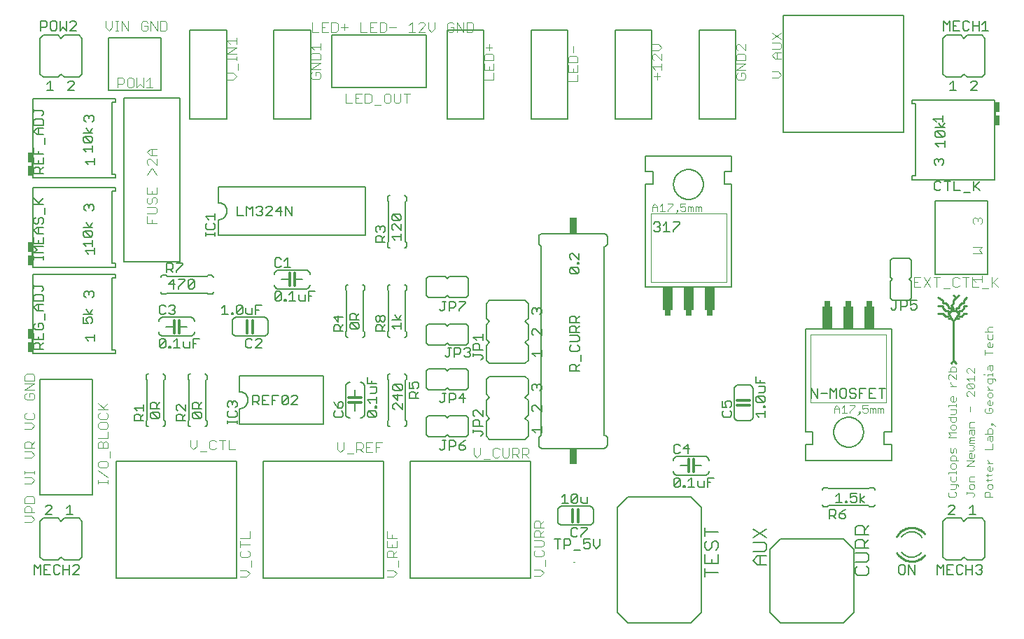
<source format=gto>
G75*
G70*
%OFA0B0*%
%FSLAX24Y24*%
%IPPOS*%
%LPD*%
%AMOC8*
5,1,8,0,0,1.08239X$1,22.5*
%
%ADD10C,0.0100*%
%ADD11C,0.0030*%
%ADD12C,0.0040*%
%ADD13C,0.0060*%
%ADD14C,0.0050*%
%ADD15R,0.0320X0.0760*%
%ADD16C,0.0120*%
%ADD17C,0.0080*%
%ADD18C,0.0070*%
%ADD19R,0.0250X0.0500*%
%ADD20R,0.0100X0.0200*%
%ADD21C,0.0020*%
%ADD22R,0.0300X0.0250*%
%ADD23R,0.0500X0.1100*%
%ADD24C,0.0000*%
D10*
X044503Y004051D02*
X044533Y004003D01*
X044566Y003958D01*
X044602Y003915D01*
X044640Y003874D01*
X044682Y003837D01*
X044726Y003802D01*
X044772Y003771D01*
X044821Y003742D01*
X044871Y003718D01*
X044923Y003697D01*
X044977Y003679D01*
X045031Y003666D01*
X045086Y003656D01*
X045142Y003650D01*
X045198Y003648D01*
X044492Y004824D02*
X044519Y004871D01*
X044549Y004916D01*
X044582Y004959D01*
X044618Y004999D01*
X044657Y005037D01*
X044698Y005072D01*
X044741Y005105D01*
X044786Y005134D01*
X044834Y005160D01*
X044883Y005183D01*
X044933Y005203D01*
X044984Y005219D01*
X045037Y005232D01*
X045090Y005241D01*
X045144Y005246D01*
X045198Y005248D01*
X045809Y003931D02*
X045773Y003892D01*
X045734Y003854D01*
X045694Y003820D01*
X045651Y003788D01*
X045606Y003760D01*
X045559Y003734D01*
X045510Y003711D01*
X045460Y003692D01*
X045409Y003676D01*
X045357Y003664D01*
X045305Y003655D01*
X045251Y003650D01*
X045198Y003648D01*
X045813Y004960D02*
X045777Y005000D01*
X045738Y005038D01*
X045697Y005073D01*
X045654Y005105D01*
X045609Y005135D01*
X045562Y005161D01*
X045513Y005183D01*
X045462Y005203D01*
X045411Y005219D01*
X045359Y005232D01*
X045305Y005241D01*
X045252Y005246D01*
X045198Y005248D01*
X047073Y013073D02*
X047198Y013198D01*
X047323Y013073D01*
X047198Y013198D02*
X047198Y015073D01*
X046948Y015448D01*
X046948Y015573D01*
X046823Y015573D01*
X046698Y015698D01*
X046698Y015823D01*
X046448Y015823D01*
X046698Y015948D02*
X046698Y016073D01*
X046448Y016198D01*
X046698Y015948D02*
X046823Y015948D01*
X046948Y015823D01*
X046948Y015698D01*
X047073Y015698D01*
X047073Y015573D01*
X047198Y015573D01*
X047198Y015698D01*
X047073Y015823D01*
X047198Y015948D01*
X047198Y016073D01*
X047323Y016198D01*
X047448Y016323D01*
X047323Y016198D02*
X047198Y016323D01*
X047573Y015948D02*
X047698Y015948D01*
X047698Y016073D01*
X047823Y016198D01*
X047573Y015948D02*
X047448Y015823D01*
X047448Y015698D01*
X047323Y015698D01*
X047323Y015573D01*
X047448Y015448D01*
X047448Y015573D01*
X047573Y015573D01*
X047698Y015698D01*
X047698Y015823D01*
X047823Y015823D01*
X047823Y015448D02*
X047698Y015448D01*
X047573Y015323D01*
X047448Y015323D01*
X047448Y015198D02*
X047323Y015198D01*
X047198Y015073D02*
X047448Y015448D01*
X047323Y015573D02*
X047198Y015573D01*
X047073Y015573D02*
X046948Y015448D01*
X046948Y015323D02*
X046823Y015323D01*
X046698Y015448D01*
X046448Y015448D01*
X046948Y015198D02*
X047073Y015198D01*
D11*
X048688Y014571D02*
X049058Y014571D01*
X049058Y014449D02*
X049058Y014264D01*
X048997Y014203D01*
X048873Y014203D01*
X048812Y014264D01*
X048812Y014449D01*
X048873Y014571D02*
X048812Y014633D01*
X048812Y014756D01*
X048873Y014818D01*
X049058Y014818D01*
X048935Y014081D02*
X048935Y013834D01*
X048997Y013834D02*
X048873Y013834D01*
X048812Y013896D01*
X048812Y014019D01*
X048873Y014081D01*
X048935Y014081D01*
X049058Y014019D02*
X049058Y013896D01*
X048997Y013834D01*
X049058Y013589D02*
X048688Y013589D01*
X048688Y013466D02*
X048688Y013713D01*
X048873Y012976D02*
X049058Y012976D01*
X049058Y012791D01*
X048997Y012729D01*
X048935Y012791D01*
X048935Y012976D01*
X048873Y012976D02*
X048812Y012914D01*
X048812Y012791D01*
X048812Y012545D02*
X049058Y012545D01*
X049058Y012484D02*
X049058Y012607D01*
X049058Y012362D02*
X049058Y012177D01*
X048997Y012115D01*
X048873Y012115D01*
X048812Y012177D01*
X048812Y012362D01*
X049120Y012362D01*
X049182Y012301D01*
X049182Y012239D01*
X048812Y012484D02*
X048812Y012545D01*
X048688Y012545D02*
X048626Y012545D01*
X048183Y012485D02*
X048183Y012238D01*
X048183Y012362D02*
X047813Y012362D01*
X047937Y012238D01*
X047875Y012117D02*
X048122Y011870D01*
X048183Y011932D01*
X048183Y012055D01*
X048122Y012117D01*
X047875Y012117D01*
X047813Y012055D01*
X047813Y011932D01*
X047875Y011870D01*
X048122Y011870D01*
X048183Y011748D02*
X048183Y011502D01*
X047937Y011748D01*
X047875Y011748D01*
X047813Y011687D01*
X047813Y011563D01*
X047875Y011502D01*
X047308Y011441D02*
X047308Y011318D01*
X047247Y011256D01*
X047123Y011256D01*
X047062Y011318D01*
X047062Y011441D01*
X047123Y011503D01*
X047185Y011503D01*
X047185Y011256D01*
X047308Y011134D02*
X047308Y011010D01*
X047308Y011072D02*
X046938Y011072D01*
X046938Y011010D01*
X047062Y010889D02*
X047308Y010889D01*
X047308Y010704D01*
X047247Y010642D01*
X047062Y010642D01*
X047062Y010521D02*
X047062Y010336D01*
X047123Y010274D01*
X047247Y010274D01*
X047308Y010336D01*
X047308Y010521D01*
X046938Y010521D01*
X047123Y010152D02*
X047062Y010091D01*
X047062Y009967D01*
X047123Y009906D01*
X047247Y009906D01*
X047308Y009967D01*
X047308Y010091D01*
X047247Y010152D01*
X047123Y010152D01*
X046938Y009784D02*
X047308Y009784D01*
X047308Y009537D02*
X046938Y009537D01*
X047062Y009661D01*
X046938Y009784D01*
X047937Y009845D02*
X047998Y009907D01*
X048183Y009907D01*
X048183Y009722D01*
X048122Y009660D01*
X048060Y009722D01*
X048060Y009907D01*
X047937Y009845D02*
X047937Y009722D01*
X047998Y009539D02*
X048183Y009539D01*
X048183Y009415D02*
X047998Y009415D01*
X047937Y009477D01*
X047998Y009539D01*
X047998Y009415D02*
X047937Y009353D01*
X047937Y009292D01*
X048183Y009292D01*
X048122Y009170D02*
X047937Y009170D01*
X048122Y009170D02*
X048183Y009108D01*
X048122Y009047D01*
X048183Y008985D01*
X048122Y008923D01*
X047937Y008923D01*
X047998Y008802D02*
X048060Y008802D01*
X048060Y008555D01*
X048122Y008555D02*
X047998Y008555D01*
X047937Y008617D01*
X047937Y008740D01*
X047998Y008802D01*
X048183Y008740D02*
X048183Y008617D01*
X048122Y008555D01*
X048183Y008434D02*
X047813Y008434D01*
X047813Y008187D02*
X048183Y008434D01*
X048183Y008187D02*
X047813Y008187D01*
X047432Y008432D02*
X047062Y008432D01*
X047062Y008617D01*
X047123Y008679D01*
X047247Y008679D01*
X047308Y008617D01*
X047308Y008432D01*
X047247Y008311D02*
X047123Y008311D01*
X047062Y008249D01*
X047062Y008126D01*
X047123Y008064D01*
X047247Y008064D01*
X047308Y008126D01*
X047308Y008249D01*
X047247Y008311D01*
X047308Y007942D02*
X047308Y007818D01*
X047308Y007880D02*
X046938Y007880D01*
X046938Y007818D01*
X047062Y007697D02*
X047062Y007512D01*
X047123Y007450D01*
X047247Y007450D01*
X047308Y007512D01*
X047308Y007697D01*
X047308Y007329D02*
X047308Y007143D01*
X047247Y007082D01*
X047062Y007082D01*
X047000Y006960D02*
X046938Y006899D01*
X046938Y006775D01*
X047000Y006713D01*
X047247Y006713D01*
X047308Y006775D01*
X047308Y006899D01*
X047247Y006960D01*
X047432Y007205D02*
X047432Y007267D01*
X047370Y007329D01*
X047062Y007329D01*
X047813Y006960D02*
X047813Y006837D01*
X047813Y006899D02*
X048122Y006899D01*
X048183Y006837D01*
X048183Y006775D01*
X048122Y006713D01*
X048122Y007082D02*
X048183Y007143D01*
X048183Y007267D01*
X048122Y007329D01*
X047998Y007329D01*
X047937Y007267D01*
X047937Y007143D01*
X047998Y007082D01*
X048122Y007082D01*
X048183Y007450D02*
X047937Y007450D01*
X047937Y007635D01*
X047998Y007697D01*
X048183Y007697D01*
X048750Y007757D02*
X048997Y007757D01*
X049058Y007819D01*
X048997Y007941D02*
X048873Y007941D01*
X048812Y008003D01*
X048812Y008126D01*
X048873Y008188D01*
X048935Y008188D01*
X048935Y007941D01*
X048997Y007941D02*
X049058Y008003D01*
X049058Y008126D01*
X049058Y008309D02*
X048812Y008309D01*
X048935Y008309D02*
X048812Y008433D01*
X048812Y008495D01*
X048688Y008985D02*
X049058Y008985D01*
X049058Y009232D01*
X048997Y009353D02*
X048935Y009415D01*
X048935Y009600D01*
X048873Y009600D02*
X049058Y009600D01*
X049058Y009415D01*
X048997Y009353D01*
X048812Y009415D02*
X048812Y009538D01*
X048873Y009600D01*
X048812Y009721D02*
X048812Y009907D01*
X048873Y009968D01*
X048997Y009968D01*
X049058Y009907D01*
X049058Y009721D01*
X048688Y009721D01*
X048997Y010151D02*
X049058Y010151D01*
X049058Y010213D01*
X048997Y010213D01*
X048997Y010151D01*
X049058Y010213D02*
X049182Y010090D01*
X048997Y010704D02*
X049058Y010765D01*
X049058Y010889D01*
X048997Y010950D01*
X048873Y010950D01*
X048873Y010827D01*
X048750Y010950D02*
X048688Y010889D01*
X048688Y010765D01*
X048750Y010704D01*
X048997Y010704D01*
X048997Y011072D02*
X048873Y011072D01*
X048812Y011134D01*
X048812Y011257D01*
X048873Y011319D01*
X048935Y011319D01*
X048935Y011072D01*
X048997Y011072D02*
X049058Y011134D01*
X049058Y011257D01*
X048997Y011440D02*
X049058Y011502D01*
X049058Y011625D01*
X048997Y011687D01*
X048873Y011687D01*
X048812Y011625D01*
X048812Y011502D01*
X048873Y011440D01*
X048997Y011440D01*
X049058Y011808D02*
X048812Y011808D01*
X048935Y011808D02*
X048812Y011932D01*
X048812Y011994D01*
X048183Y012606D02*
X047937Y012853D01*
X047875Y012853D01*
X047813Y012792D01*
X047813Y012668D01*
X047875Y012606D01*
X048183Y012606D02*
X048183Y012853D01*
X047308Y012853D02*
X047247Y012915D01*
X047123Y012915D01*
X047062Y012853D01*
X047062Y012668D01*
X047062Y012546D02*
X047000Y012546D01*
X046938Y012485D01*
X046938Y012361D01*
X047000Y012300D01*
X047062Y012178D02*
X047062Y012116D01*
X047185Y011993D01*
X047308Y011993D02*
X047062Y011993D01*
X047308Y012300D02*
X047062Y012546D01*
X046938Y012668D02*
X047308Y012668D01*
X047308Y012853D01*
X047308Y012546D02*
X047308Y012300D01*
X047998Y011012D02*
X047998Y010765D01*
X047998Y010275D02*
X048183Y010275D01*
X047998Y010275D02*
X047937Y010213D01*
X047937Y010028D01*
X048183Y010028D01*
X047247Y009047D02*
X047185Y008986D01*
X047185Y008862D01*
X047123Y008801D01*
X047062Y008862D01*
X047062Y009047D01*
X047247Y009047D02*
X047308Y008986D01*
X047308Y008801D01*
X048812Y007819D02*
X048812Y007696D01*
X048812Y007574D02*
X048812Y007450D01*
X048750Y007512D02*
X048997Y007512D01*
X049058Y007574D01*
X048997Y007329D02*
X048873Y007329D01*
X048812Y007267D01*
X048812Y007143D01*
X048873Y007082D01*
X048997Y007082D01*
X049058Y007143D01*
X049058Y007267D01*
X048997Y007329D01*
X048873Y006960D02*
X048935Y006899D01*
X048935Y006713D01*
X049058Y006713D02*
X048688Y006713D01*
X048688Y006899D01*
X048750Y006960D01*
X048873Y006960D01*
D12*
X043840Y010718D02*
X043840Y010899D01*
X043780Y010959D01*
X043720Y010899D01*
X043720Y010718D01*
X043600Y010718D02*
X043600Y010959D01*
X043660Y010959D01*
X043720Y010899D01*
X043472Y010899D02*
X043472Y010718D01*
X043352Y010718D02*
X043352Y010899D01*
X043412Y010959D01*
X043472Y010899D01*
X043352Y010899D02*
X043292Y010959D01*
X043232Y010959D01*
X043232Y010718D01*
X043104Y010779D02*
X043044Y010718D01*
X042924Y010718D01*
X042863Y010779D01*
X042863Y010899D02*
X042984Y010959D01*
X043044Y010959D01*
X043104Y010899D01*
X043104Y010779D01*
X042863Y010899D02*
X042863Y011079D01*
X043104Y011079D01*
X042738Y010779D02*
X042678Y010779D01*
X042678Y010718D01*
X042738Y010718D01*
X042738Y010779D01*
X042738Y010718D02*
X042618Y010598D01*
X042250Y010718D02*
X042250Y010779D01*
X042490Y011019D01*
X042490Y011079D01*
X042250Y011079D01*
X042001Y011079D02*
X042001Y010718D01*
X041881Y010718D02*
X042122Y010718D01*
X041881Y010959D02*
X042001Y011079D01*
X041753Y010959D02*
X041753Y010718D01*
X041753Y010899D02*
X041513Y010899D01*
X041513Y010959D02*
X041633Y011079D01*
X041753Y010959D01*
X041513Y010959D02*
X041513Y010718D01*
X045325Y016718D02*
X045632Y016718D01*
X045785Y016718D02*
X046092Y017179D01*
X046246Y017179D02*
X046553Y017179D01*
X046399Y017179D02*
X046399Y016718D01*
X046092Y016718D02*
X045785Y017179D01*
X045632Y017179D02*
X045325Y017179D01*
X045325Y016718D01*
X045325Y016949D02*
X045478Y016949D01*
X046706Y016642D02*
X047013Y016642D01*
X047166Y016795D02*
X047166Y017102D01*
X047243Y017179D01*
X047397Y017179D01*
X047473Y017102D01*
X047627Y017179D02*
X047934Y017179D01*
X048087Y017179D02*
X048087Y016718D01*
X048394Y016718D01*
X048548Y016642D02*
X048855Y016642D01*
X049008Y016718D02*
X049008Y017179D01*
X049085Y016949D02*
X049315Y016718D01*
X049008Y016872D02*
X049315Y017179D01*
X048568Y017248D02*
X048568Y016941D01*
X048568Y017094D02*
X048108Y017094D01*
X048261Y016941D01*
X047780Y016718D02*
X047780Y017179D01*
X047473Y016795D02*
X047397Y016718D01*
X047243Y016718D01*
X047166Y016795D01*
X048108Y018322D02*
X048568Y018322D01*
X048415Y018475D01*
X048568Y018629D01*
X048108Y018629D01*
X048185Y019703D02*
X048108Y019780D01*
X048108Y019933D01*
X048185Y020010D01*
X048261Y020010D01*
X048338Y019933D01*
X048415Y020010D01*
X048492Y020010D01*
X048568Y019933D01*
X048568Y019780D01*
X048492Y019703D01*
X048338Y019857D02*
X048338Y019933D01*
X039003Y026820D02*
X038850Y026973D01*
X038543Y026973D01*
X038543Y026666D02*
X038850Y026666D01*
X039003Y026820D01*
X039080Y027127D02*
X039080Y027434D01*
X039003Y027587D02*
X038696Y027587D01*
X038543Y027741D01*
X038696Y027894D01*
X039003Y027894D01*
X038927Y028048D02*
X039003Y028124D01*
X039003Y028278D01*
X038927Y028355D01*
X038543Y028355D01*
X038543Y028508D02*
X039003Y028815D01*
X039003Y028508D02*
X038543Y028815D01*
X038543Y028048D02*
X038927Y028048D01*
X038773Y027894D02*
X038773Y027587D01*
X037303Y027514D02*
X037303Y027744D01*
X037227Y027821D01*
X036920Y027821D01*
X036843Y027744D01*
X036843Y027514D01*
X037303Y027514D01*
X037303Y027361D02*
X036843Y027361D01*
X036843Y027054D02*
X037303Y027361D01*
X037303Y027054D02*
X036843Y027054D01*
X036920Y026900D02*
X036843Y026824D01*
X036843Y026670D01*
X036920Y026593D01*
X037227Y026593D01*
X037303Y026670D01*
X037303Y026824D01*
X037227Y026900D01*
X037073Y026900D01*
X037073Y026747D01*
X036920Y027975D02*
X036843Y028051D01*
X036843Y028205D01*
X036920Y028282D01*
X036996Y028282D01*
X037303Y027975D01*
X037303Y028282D01*
X033303Y028128D02*
X033150Y028282D01*
X032843Y028282D01*
X032843Y027975D02*
X033150Y027975D01*
X033303Y028128D01*
X033303Y027821D02*
X033303Y027514D01*
X032996Y027821D01*
X032920Y027821D01*
X032843Y027744D01*
X032843Y027591D01*
X032920Y027514D01*
X032843Y027207D02*
X033303Y027207D01*
X033303Y027054D02*
X033303Y027361D01*
X032996Y027054D02*
X032843Y027207D01*
X033073Y026900D02*
X033073Y026593D01*
X032920Y026747D02*
X033227Y026747D01*
X029303Y026809D02*
X029303Y026502D01*
X028843Y026502D01*
X028843Y026962D02*
X029303Y026962D01*
X029303Y027269D01*
X029303Y027423D02*
X029303Y027653D01*
X029227Y027730D01*
X028920Y027730D01*
X028843Y027653D01*
X028843Y027423D01*
X029303Y027423D01*
X029073Y027116D02*
X029073Y026962D01*
X028843Y026962D02*
X028843Y027269D01*
X029073Y027883D02*
X029073Y028190D01*
X025303Y027744D02*
X025303Y027514D01*
X024843Y027514D01*
X024843Y027744D01*
X024920Y027821D01*
X025227Y027821D01*
X025303Y027744D01*
X025073Y027975D02*
X025073Y028282D01*
X024920Y028128D02*
X025227Y028128D01*
X025303Y027361D02*
X025303Y027054D01*
X024843Y027054D01*
X024843Y027361D01*
X025073Y027207D02*
X025073Y027054D01*
X025303Y026900D02*
X025303Y026593D01*
X024843Y026593D01*
X024245Y028858D02*
X024015Y028858D01*
X024015Y029319D01*
X024245Y029319D01*
X024322Y029242D01*
X024322Y028935D01*
X024245Y028858D01*
X023861Y028858D02*
X023861Y029319D01*
X023554Y029319D02*
X023554Y028858D01*
X023401Y028935D02*
X023401Y029089D01*
X023247Y029089D01*
X023094Y029242D02*
X023094Y028935D01*
X023171Y028858D01*
X023324Y028858D01*
X023401Y028935D01*
X023401Y029242D02*
X023324Y029319D01*
X023171Y029319D01*
X023094Y029242D01*
X023554Y029319D02*
X023861Y028858D01*
X022480Y029012D02*
X022480Y029319D01*
X022173Y029319D02*
X022173Y029012D01*
X022327Y028858D01*
X022480Y029012D01*
X022020Y029165D02*
X022020Y029242D01*
X021943Y029319D01*
X021789Y029319D01*
X021713Y029242D01*
X022020Y029165D02*
X021713Y028858D01*
X022020Y028858D01*
X021559Y028858D02*
X021252Y028858D01*
X021406Y028858D02*
X021406Y029319D01*
X021252Y029165D01*
X020638Y029089D02*
X020332Y029089D01*
X020178Y028935D02*
X020178Y029242D01*
X020101Y029319D01*
X019871Y029319D01*
X019871Y028858D01*
X020101Y028858D01*
X020178Y028935D01*
X019718Y028858D02*
X019411Y028858D01*
X019411Y029319D01*
X019718Y029319D01*
X019564Y029089D02*
X019411Y029089D01*
X019257Y028858D02*
X018950Y028858D01*
X018950Y029319D01*
X018337Y029089D02*
X018030Y029089D01*
X018183Y029242D02*
X018183Y028935D01*
X017876Y028935D02*
X017876Y029242D01*
X017799Y029319D01*
X017569Y029319D01*
X017569Y028858D01*
X017799Y028858D01*
X017876Y028935D01*
X017416Y028858D02*
X017109Y028858D01*
X017109Y029319D01*
X017416Y029319D01*
X017262Y029089D02*
X017109Y029089D01*
X016955Y028858D02*
X016648Y028858D01*
X016648Y029319D01*
X017053Y028315D02*
X017053Y028008D01*
X017053Y028162D02*
X016593Y028162D01*
X016746Y028008D01*
X016670Y027855D02*
X016593Y027778D01*
X016593Y027548D01*
X017053Y027548D01*
X017053Y027778D01*
X016977Y027855D01*
X016670Y027855D01*
X016593Y027394D02*
X017053Y027394D01*
X016593Y027087D01*
X017053Y027087D01*
X016977Y026934D02*
X016823Y026934D01*
X016823Y026780D01*
X016670Y026627D02*
X016977Y026627D01*
X017053Y026704D01*
X017053Y026857D01*
X016977Y026934D01*
X016670Y026934D02*
X016593Y026857D01*
X016593Y026704D01*
X016670Y026627D01*
X018246Y025929D02*
X018246Y025468D01*
X018553Y025468D01*
X018706Y025468D02*
X019013Y025468D01*
X019166Y025468D02*
X019397Y025468D01*
X019473Y025545D01*
X019473Y025852D01*
X019397Y025929D01*
X019166Y025929D01*
X019166Y025468D01*
X018860Y025699D02*
X018706Y025699D01*
X018706Y025929D02*
X018706Y025468D01*
X018706Y025929D02*
X019013Y025929D01*
X019627Y025392D02*
X019934Y025392D01*
X020087Y025545D02*
X020164Y025468D01*
X020317Y025468D01*
X020394Y025545D01*
X020394Y025852D01*
X020317Y025929D01*
X020164Y025929D01*
X020087Y025852D01*
X020087Y025545D01*
X020548Y025545D02*
X020624Y025468D01*
X020778Y025468D01*
X020855Y025545D01*
X020855Y025929D01*
X021008Y025929D02*
X021315Y025929D01*
X021161Y025929D02*
X021161Y025468D01*
X020548Y025545D02*
X020548Y025929D01*
X013130Y027054D02*
X013130Y027361D01*
X013053Y027514D02*
X013053Y027668D01*
X013053Y027591D02*
X012593Y027591D01*
X012593Y027514D02*
X012593Y027668D01*
X012593Y027821D02*
X013053Y028128D01*
X012593Y028128D01*
X012746Y028282D02*
X012593Y028435D01*
X013053Y028435D01*
X013053Y028282D02*
X013053Y028588D01*
X013053Y027821D02*
X012593Y027821D01*
X012593Y026900D02*
X012900Y026900D01*
X013053Y026747D01*
X012900Y026593D01*
X012593Y026593D01*
X009065Y026218D02*
X008758Y026218D01*
X008605Y026218D02*
X008605Y026679D01*
X008758Y026525D02*
X008911Y026679D01*
X008911Y026218D01*
X008605Y026218D02*
X008451Y026372D01*
X008298Y026218D01*
X008298Y026679D01*
X008144Y026602D02*
X008067Y026679D01*
X007914Y026679D01*
X007837Y026602D01*
X007837Y026295D01*
X007914Y026218D01*
X008067Y026218D01*
X008144Y026295D01*
X008144Y026602D01*
X007684Y026602D02*
X007684Y026449D01*
X007607Y026372D01*
X007377Y026372D01*
X007377Y026218D02*
X007377Y026679D01*
X007607Y026679D01*
X007684Y026602D01*
X007586Y028913D02*
X007586Y029374D01*
X007893Y028913D01*
X007893Y029374D01*
X007432Y029374D02*
X007279Y029374D01*
X007356Y029374D02*
X007356Y028913D01*
X007432Y028913D02*
X007279Y028913D01*
X007125Y029067D02*
X007125Y029374D01*
X006818Y029374D02*
X006818Y029067D01*
X006972Y028913D01*
X007125Y029067D01*
X008507Y028990D02*
X008583Y028913D01*
X008737Y028913D01*
X008813Y028990D01*
X008813Y029144D01*
X008660Y029144D01*
X008813Y029297D02*
X008737Y029374D01*
X008583Y029374D01*
X008507Y029297D01*
X008507Y028990D01*
X008967Y028913D02*
X008967Y029374D01*
X009274Y028913D01*
X009274Y029374D01*
X009427Y029374D02*
X009658Y029374D01*
X009734Y029297D01*
X009734Y028990D01*
X009658Y028913D01*
X009427Y028913D01*
X009427Y029374D01*
X009253Y023290D02*
X008946Y023290D01*
X008793Y023137D01*
X008946Y022983D01*
X009253Y022983D01*
X009253Y022830D02*
X009253Y022523D01*
X008946Y022830D01*
X008870Y022830D01*
X008793Y022753D01*
X008793Y022599D01*
X008870Y022523D01*
X009023Y022369D02*
X008793Y022062D01*
X009023Y022369D02*
X009253Y022062D01*
X009253Y021448D02*
X009253Y021141D01*
X008793Y021141D01*
X008793Y021448D01*
X009023Y021295D02*
X009023Y021141D01*
X009100Y020988D02*
X009177Y020988D01*
X009253Y020911D01*
X009253Y020758D01*
X009177Y020681D01*
X009177Y020528D02*
X008793Y020528D01*
X008870Y020681D02*
X008946Y020681D01*
X009023Y020758D01*
X009023Y020911D01*
X009100Y020988D01*
X008870Y020988D02*
X008793Y020911D01*
X008793Y020758D01*
X008870Y020681D01*
X009177Y020528D02*
X009253Y020451D01*
X009253Y020297D01*
X009177Y020221D01*
X008793Y020221D01*
X008793Y020067D02*
X008793Y019760D01*
X009253Y019760D01*
X009023Y019760D02*
X009023Y019914D01*
X009023Y022983D02*
X009023Y023290D01*
X003352Y012565D02*
X003045Y012565D01*
X002968Y012488D01*
X002968Y012258D01*
X003428Y012258D01*
X003428Y012488D01*
X003352Y012565D01*
X003428Y012105D02*
X002968Y012105D01*
X002968Y011798D02*
X003428Y012105D01*
X003428Y011798D02*
X002968Y011798D01*
X003045Y011644D02*
X002968Y011567D01*
X002968Y011414D01*
X003045Y011337D01*
X003352Y011337D01*
X003428Y011414D01*
X003428Y011567D01*
X003352Y011644D01*
X003198Y011644D01*
X003198Y011491D01*
X003045Y010723D02*
X002968Y010647D01*
X002968Y010493D01*
X003045Y010416D01*
X003352Y010416D01*
X003428Y010493D01*
X003428Y010647D01*
X003352Y010723D01*
X003275Y010263D02*
X002968Y010263D01*
X002968Y009956D02*
X003275Y009956D01*
X003428Y010110D01*
X003275Y010263D01*
X003198Y009342D02*
X003045Y009342D01*
X002968Y009265D01*
X002968Y009035D01*
X003428Y009035D01*
X003275Y009035D02*
X003275Y009265D01*
X003198Y009342D01*
X003275Y009189D02*
X003428Y009342D01*
X003275Y008882D02*
X002968Y008882D01*
X003275Y008882D02*
X003428Y008728D01*
X003275Y008575D01*
X002968Y008575D01*
X002968Y007961D02*
X002968Y007808D01*
X002968Y007884D02*
X003428Y007884D01*
X003428Y007808D02*
X003428Y007961D01*
X003275Y007654D02*
X002968Y007654D01*
X002968Y007347D02*
X003275Y007347D01*
X003428Y007501D01*
X003275Y007654D01*
X003352Y006733D02*
X003045Y006733D01*
X002968Y006657D01*
X002968Y006426D01*
X003428Y006426D01*
X003428Y006657D01*
X003352Y006733D01*
X003198Y006273D02*
X003045Y006273D01*
X002968Y006196D01*
X002968Y005966D01*
X003428Y005966D01*
X003275Y005966D02*
X003275Y006196D01*
X003198Y006273D01*
X003275Y005813D02*
X002968Y005813D01*
X003275Y005813D02*
X003428Y005659D01*
X003275Y005506D01*
X002968Y005506D01*
X006468Y007353D02*
X006468Y007507D01*
X006468Y007430D02*
X006928Y007430D01*
X006928Y007353D02*
X006928Y007507D01*
X006928Y007660D02*
X006468Y007967D01*
X006545Y008121D02*
X006852Y008121D01*
X006928Y008197D01*
X006928Y008351D01*
X006852Y008428D01*
X006545Y008428D01*
X006468Y008351D01*
X006468Y008197D01*
X006545Y008121D01*
X007005Y008581D02*
X007005Y008888D01*
X006928Y009041D02*
X006928Y009272D01*
X006852Y009348D01*
X006775Y009348D01*
X006698Y009272D01*
X006698Y009041D01*
X006468Y009041D02*
X006468Y009272D01*
X006545Y009348D01*
X006621Y009348D01*
X006698Y009272D01*
X006468Y009502D02*
X006928Y009502D01*
X006928Y009809D01*
X006852Y009962D02*
X006928Y010039D01*
X006928Y010192D01*
X006852Y010269D01*
X006545Y010269D01*
X006468Y010192D01*
X006468Y010039D01*
X006545Y009962D01*
X006852Y009962D01*
X006852Y010423D02*
X006545Y010423D01*
X006468Y010499D01*
X006468Y010653D01*
X006545Y010730D01*
X006468Y010883D02*
X006928Y010883D01*
X006775Y010883D02*
X006468Y011190D01*
X006698Y010960D02*
X006928Y011190D01*
X006852Y010730D02*
X006928Y010653D01*
X006928Y010499D01*
X006852Y010423D01*
X006928Y009041D02*
X006468Y009041D01*
X010843Y009122D02*
X010997Y008968D01*
X011150Y009122D01*
X011150Y009429D01*
X010843Y009429D02*
X010843Y009122D01*
X011304Y008892D02*
X011611Y008892D01*
X011764Y009045D02*
X011841Y008968D01*
X011994Y008968D01*
X012071Y009045D01*
X011764Y009045D02*
X011764Y009352D01*
X011841Y009429D01*
X011994Y009429D01*
X012071Y009352D01*
X012225Y009429D02*
X012532Y009429D01*
X012685Y009429D02*
X012685Y008968D01*
X012992Y008968D01*
X012378Y008968D02*
X012378Y009429D01*
X017843Y009304D02*
X017843Y008997D01*
X017997Y008843D01*
X018150Y008997D01*
X018150Y009304D01*
X018304Y008767D02*
X018611Y008767D01*
X018764Y008843D02*
X018764Y009304D01*
X018994Y009304D01*
X019071Y009227D01*
X019071Y009074D01*
X018994Y008997D01*
X018764Y008997D01*
X018918Y008997D02*
X019071Y008843D01*
X019225Y008843D02*
X019532Y008843D01*
X019685Y008843D02*
X019685Y009304D01*
X019992Y009304D01*
X019838Y009074D02*
X019685Y009074D01*
X019532Y009304D02*
X019225Y009304D01*
X019225Y008843D01*
X019225Y009074D02*
X019378Y009074D01*
X024343Y009054D02*
X024343Y008747D01*
X024497Y008593D01*
X024650Y008747D01*
X024650Y009054D01*
X024804Y008517D02*
X025111Y008517D01*
X025264Y008670D02*
X025264Y008977D01*
X025341Y009054D01*
X025494Y009054D01*
X025571Y008977D01*
X025725Y009054D02*
X025725Y008670D01*
X025801Y008593D01*
X025955Y008593D01*
X026032Y008670D01*
X026032Y009054D01*
X026185Y009054D02*
X026415Y009054D01*
X026492Y008977D01*
X026492Y008824D01*
X026415Y008747D01*
X026185Y008747D01*
X026338Y008747D02*
X026492Y008593D01*
X026645Y008593D02*
X026645Y009054D01*
X026876Y009054D01*
X026952Y008977D01*
X026952Y008824D01*
X026876Y008747D01*
X026645Y008747D01*
X026799Y008747D02*
X026952Y008593D01*
X026185Y008593D02*
X026185Y009054D01*
X025571Y008670D02*
X025494Y008593D01*
X025341Y008593D01*
X025264Y008670D01*
X027295Y005565D02*
X027448Y005565D01*
X027525Y005488D01*
X027525Y005258D01*
X027678Y005258D02*
X027218Y005258D01*
X027218Y005488D01*
X027295Y005565D01*
X027525Y005412D02*
X027678Y005565D01*
X027678Y005105D02*
X027525Y004951D01*
X027525Y005028D02*
X027525Y004798D01*
X027678Y004798D02*
X027218Y004798D01*
X027218Y005028D01*
X027295Y005105D01*
X027448Y005105D01*
X027525Y005028D01*
X027602Y004644D02*
X027218Y004644D01*
X027218Y004337D02*
X027602Y004337D01*
X027678Y004414D01*
X027678Y004567D01*
X027602Y004644D01*
X027602Y004184D02*
X027678Y004107D01*
X027678Y003954D01*
X027602Y003877D01*
X027295Y003877D01*
X027218Y003954D01*
X027218Y004107D01*
X027295Y004184D01*
X027755Y003723D02*
X027755Y003416D01*
X027525Y003263D02*
X027218Y003263D01*
X027218Y002956D02*
X027525Y002956D01*
X027678Y003110D01*
X027525Y003263D01*
X020755Y003377D02*
X020755Y003684D01*
X020678Y003837D02*
X020218Y003837D01*
X020218Y004067D01*
X020295Y004144D01*
X020448Y004144D01*
X020525Y004067D01*
X020525Y003837D01*
X020525Y003991D02*
X020678Y004144D01*
X020678Y004298D02*
X020218Y004298D01*
X020218Y004605D01*
X020218Y004758D02*
X020218Y005065D01*
X020448Y004912D02*
X020448Y004758D01*
X020678Y004758D02*
X020218Y004758D01*
X020448Y004451D02*
X020448Y004298D01*
X020678Y004298D02*
X020678Y004605D01*
X020525Y003223D02*
X020218Y003223D01*
X020218Y002916D02*
X020525Y002916D01*
X020678Y003070D01*
X020525Y003223D01*
X013755Y003377D02*
X013755Y003684D01*
X013602Y003837D02*
X013678Y003914D01*
X013678Y004067D01*
X013602Y004144D01*
X013602Y003837D02*
X013295Y003837D01*
X013218Y003914D01*
X013218Y004067D01*
X013295Y004144D01*
X013218Y004298D02*
X013218Y004605D01*
X013218Y004758D02*
X013678Y004758D01*
X013678Y005065D01*
X013678Y004451D02*
X013218Y004451D01*
X013218Y003223D02*
X013525Y003223D01*
X013678Y003070D01*
X013525Y002916D01*
X013218Y002916D01*
X032843Y020318D02*
X032843Y020559D01*
X032964Y020679D01*
X033084Y020559D01*
X033084Y020318D01*
X033212Y020318D02*
X033452Y020318D01*
X033332Y020318D02*
X033332Y020679D01*
X033212Y020559D01*
X033084Y020499D02*
X032843Y020499D01*
X033580Y020379D02*
X033580Y020318D01*
X033580Y020379D02*
X033820Y020619D01*
X033820Y020679D01*
X033580Y020679D01*
X034008Y020379D02*
X034008Y020318D01*
X034068Y020318D01*
X034068Y020379D01*
X034008Y020379D01*
X034068Y020318D02*
X033948Y020198D01*
X034194Y020379D02*
X034254Y020318D01*
X034374Y020318D01*
X034434Y020379D01*
X034434Y020499D01*
X034374Y020559D01*
X034314Y020559D01*
X034194Y020499D01*
X034194Y020679D01*
X034434Y020679D01*
X034562Y020559D02*
X034622Y020559D01*
X034682Y020499D01*
X034742Y020559D01*
X034802Y020499D01*
X034802Y020318D01*
X034682Y020318D02*
X034682Y020499D01*
X034562Y020559D02*
X034562Y020318D01*
X034931Y020318D02*
X034931Y020559D01*
X034991Y020559D01*
X035051Y020499D01*
X035111Y020559D01*
X035171Y020499D01*
X035171Y020318D01*
X035051Y020318D02*
X035051Y020499D01*
D13*
X033863Y021598D02*
X033865Y021651D01*
X033871Y021704D01*
X033881Y021756D01*
X033895Y021807D01*
X033912Y021857D01*
X033933Y021906D01*
X033958Y021953D01*
X033986Y021998D01*
X034018Y022041D01*
X034053Y022081D01*
X034090Y022118D01*
X034130Y022153D01*
X034173Y022185D01*
X034218Y022213D01*
X034265Y022238D01*
X034314Y022259D01*
X034364Y022276D01*
X034415Y022290D01*
X034467Y022300D01*
X034520Y022306D01*
X034573Y022308D01*
X034626Y022306D01*
X034679Y022300D01*
X034731Y022290D01*
X034782Y022276D01*
X034832Y022259D01*
X034881Y022238D01*
X034928Y022213D01*
X034973Y022185D01*
X035016Y022153D01*
X035056Y022118D01*
X035093Y022081D01*
X035128Y022041D01*
X035160Y021998D01*
X035188Y021953D01*
X035213Y021906D01*
X035234Y021857D01*
X035251Y021807D01*
X035265Y021756D01*
X035275Y021704D01*
X035281Y021651D01*
X035283Y021598D01*
X035281Y021545D01*
X035275Y021492D01*
X035265Y021440D01*
X035251Y021389D01*
X035234Y021339D01*
X035213Y021290D01*
X035188Y021243D01*
X035160Y021198D01*
X035128Y021155D01*
X035093Y021115D01*
X035056Y021078D01*
X035016Y021043D01*
X034973Y021011D01*
X034928Y020983D01*
X034881Y020958D01*
X034832Y020937D01*
X034782Y020920D01*
X034731Y020906D01*
X034679Y020896D01*
X034626Y020890D01*
X034573Y020888D01*
X034520Y020890D01*
X034467Y020896D01*
X034415Y020906D01*
X034364Y020920D01*
X034314Y020937D01*
X034265Y020958D01*
X034218Y020983D01*
X034173Y021011D01*
X034130Y021043D01*
X034090Y021078D01*
X034053Y021115D01*
X034018Y021155D01*
X033986Y021198D01*
X033958Y021243D01*
X033933Y021290D01*
X033912Y021339D01*
X033895Y021389D01*
X033881Y021440D01*
X033871Y021492D01*
X033865Y021545D01*
X033863Y021598D01*
X032873Y021598D02*
X032873Y022198D01*
X032523Y022198D01*
X032523Y022948D01*
X036623Y022948D01*
X036623Y022198D01*
X036273Y022198D01*
X036273Y021598D01*
X036623Y021598D01*
X036623Y016698D01*
X032523Y016698D01*
X032523Y021598D01*
X032873Y021598D01*
X030706Y019093D02*
X030706Y018743D01*
X030606Y018643D01*
X030706Y019093D02*
X030704Y019116D01*
X030699Y019139D01*
X030690Y019161D01*
X030677Y019181D01*
X030662Y019199D01*
X030644Y019214D01*
X030624Y019227D01*
X030602Y019236D01*
X030579Y019241D01*
X030556Y019243D01*
X027590Y019243D02*
X027567Y019241D01*
X027544Y019236D01*
X027522Y019227D01*
X027502Y019214D01*
X027484Y019199D01*
X027469Y019181D01*
X027456Y019161D01*
X027447Y019139D01*
X027442Y019116D01*
X027440Y019093D01*
X027440Y018743D01*
X027540Y018643D01*
X024073Y017098D02*
X024073Y016298D01*
X023973Y016198D01*
X023173Y016198D01*
X023073Y016298D01*
X022973Y016198D01*
X022173Y016198D01*
X022073Y016298D01*
X022073Y017098D01*
X022173Y017198D01*
X022973Y017198D01*
X023073Y017098D01*
X023173Y017198D01*
X023973Y017198D01*
X024073Y017098D01*
X025098Y016073D02*
X026798Y016073D01*
X026948Y015923D01*
X026948Y015223D01*
X026798Y015073D01*
X026948Y014923D01*
X026948Y014223D01*
X026798Y014073D01*
X026948Y013923D01*
X026948Y013223D01*
X026798Y013073D01*
X025098Y013073D01*
X024948Y013223D01*
X024948Y013923D01*
X025098Y014073D01*
X024948Y014223D01*
X024948Y014923D01*
X025098Y015073D01*
X024948Y015223D01*
X024948Y015923D01*
X025098Y016073D01*
X023973Y014948D02*
X023173Y014948D01*
X023073Y014848D01*
X022973Y014948D01*
X022173Y014948D01*
X022073Y014848D01*
X022073Y014048D01*
X022173Y013948D01*
X022973Y013948D01*
X023073Y014048D01*
X023173Y013948D01*
X023973Y013948D01*
X024073Y014048D01*
X024073Y014848D01*
X023973Y014948D01*
X021148Y014573D02*
X021098Y014623D01*
X021098Y016523D01*
X021148Y016573D01*
X021148Y016723D01*
X021146Y016740D01*
X021142Y016757D01*
X021135Y016773D01*
X021125Y016787D01*
X021112Y016800D01*
X021098Y016810D01*
X021082Y016817D01*
X021065Y016821D01*
X021048Y016823D01*
X020348Y016823D02*
X020331Y016821D01*
X020314Y016817D01*
X020298Y016810D01*
X020284Y016800D01*
X020271Y016787D01*
X020261Y016773D01*
X020254Y016757D01*
X020250Y016740D01*
X020248Y016723D01*
X020248Y016573D01*
X020298Y016523D01*
X020298Y014623D01*
X020248Y014573D01*
X020248Y014423D01*
X020250Y014406D01*
X020254Y014389D01*
X020261Y014373D01*
X020271Y014359D01*
X020284Y014346D01*
X020298Y014336D01*
X020314Y014329D01*
X020331Y014325D01*
X020348Y014323D01*
X021048Y014323D02*
X021065Y014325D01*
X021082Y014329D01*
X021098Y014336D01*
X021112Y014346D01*
X021125Y014359D01*
X021135Y014373D01*
X021142Y014389D01*
X021146Y014406D01*
X021148Y014423D01*
X021148Y014573D01*
X019148Y014573D02*
X019098Y014623D01*
X019098Y016523D01*
X019148Y016573D01*
X019148Y016723D01*
X019146Y016740D01*
X019142Y016757D01*
X019135Y016773D01*
X019125Y016787D01*
X019112Y016800D01*
X019098Y016810D01*
X019082Y016817D01*
X019065Y016821D01*
X019048Y016823D01*
X018348Y016823D02*
X018331Y016821D01*
X018314Y016817D01*
X018298Y016810D01*
X018284Y016800D01*
X018271Y016787D01*
X018261Y016773D01*
X018254Y016757D01*
X018250Y016740D01*
X018248Y016723D01*
X018248Y016573D01*
X018298Y016523D01*
X018298Y014623D01*
X018248Y014573D01*
X018248Y014423D01*
X018250Y014406D01*
X018254Y014389D01*
X018261Y014373D01*
X018271Y014359D01*
X018284Y014346D01*
X018298Y014336D01*
X018314Y014329D01*
X018331Y014325D01*
X018348Y014323D01*
X019048Y014323D02*
X019065Y014325D01*
X019082Y014329D01*
X019098Y014336D01*
X019112Y014346D01*
X019125Y014359D01*
X019135Y014373D01*
X019142Y014389D01*
X019146Y014406D01*
X019148Y014423D01*
X019148Y014573D01*
X020248Y012473D02*
X020248Y012323D01*
X020298Y012273D01*
X020298Y010373D01*
X020248Y010323D01*
X020248Y010173D01*
X020250Y010156D01*
X020254Y010139D01*
X020261Y010123D01*
X020271Y010109D01*
X020284Y010096D01*
X020298Y010086D01*
X020314Y010079D01*
X020331Y010075D01*
X020348Y010073D01*
X021048Y010073D02*
X021065Y010075D01*
X021082Y010079D01*
X021098Y010086D01*
X021112Y010096D01*
X021125Y010109D01*
X021135Y010123D01*
X021142Y010139D01*
X021146Y010156D01*
X021148Y010173D01*
X021148Y010323D01*
X021098Y010373D01*
X021098Y012273D01*
X021148Y012323D01*
X021148Y012473D01*
X021146Y012490D01*
X021142Y012507D01*
X021135Y012523D01*
X021125Y012537D01*
X021112Y012550D01*
X021098Y012560D01*
X021082Y012567D01*
X021065Y012571D01*
X021048Y012573D01*
X020348Y012573D02*
X020331Y012571D01*
X020314Y012567D01*
X020298Y012560D01*
X020284Y012550D01*
X020271Y012537D01*
X020261Y012523D01*
X020254Y012507D01*
X020250Y012490D01*
X020248Y012473D01*
X019148Y011973D02*
X019148Y010673D01*
X019146Y010647D01*
X019141Y010621D01*
X019133Y010596D01*
X019121Y010573D01*
X019107Y010551D01*
X019089Y010532D01*
X019070Y010514D01*
X019048Y010500D01*
X019025Y010488D01*
X019000Y010480D01*
X018974Y010475D01*
X018948Y010473D01*
X018698Y010823D02*
X018698Y011203D01*
X018698Y011453D02*
X018698Y011823D01*
X018448Y012173D02*
X018422Y012171D01*
X018396Y012166D01*
X018371Y012158D01*
X018348Y012146D01*
X018326Y012132D01*
X018307Y012114D01*
X018289Y012095D01*
X018275Y012073D01*
X018263Y012050D01*
X018255Y012025D01*
X018250Y011999D01*
X018248Y011973D01*
X018248Y010673D01*
X018250Y010647D01*
X018255Y010621D01*
X018263Y010596D01*
X018275Y010573D01*
X018289Y010551D01*
X018307Y010532D01*
X018326Y010514D01*
X018348Y010500D01*
X018371Y010488D01*
X018396Y010480D01*
X018422Y010475D01*
X018448Y010473D01*
X017198Y010173D02*
X017198Y012473D01*
X013198Y012473D01*
X013198Y011723D01*
X013237Y011721D01*
X013276Y011715D01*
X013314Y011706D01*
X013351Y011693D01*
X013387Y011676D01*
X013420Y011656D01*
X013452Y011632D01*
X013481Y011606D01*
X013507Y011577D01*
X013531Y011545D01*
X013551Y011512D01*
X013568Y011476D01*
X013581Y011439D01*
X013590Y011401D01*
X013596Y011362D01*
X013598Y011323D01*
X013596Y011284D01*
X013590Y011245D01*
X013581Y011207D01*
X013568Y011170D01*
X013551Y011134D01*
X013531Y011101D01*
X013507Y011069D01*
X013481Y011040D01*
X013452Y011014D01*
X013420Y010990D01*
X013387Y010970D01*
X013351Y010953D01*
X013314Y010940D01*
X013276Y010931D01*
X013237Y010925D01*
X013198Y010923D01*
X013198Y010173D01*
X017198Y010173D01*
X019148Y011973D02*
X019146Y011999D01*
X019141Y012025D01*
X019133Y012050D01*
X019121Y012073D01*
X019107Y012095D01*
X019089Y012114D01*
X019070Y012132D01*
X019048Y012146D01*
X019025Y012158D01*
X019000Y012166D01*
X018974Y012171D01*
X018948Y012173D01*
X022073Y011923D02*
X022173Y011823D01*
X022973Y011823D01*
X023073Y011923D01*
X023173Y011823D01*
X023973Y011823D01*
X024073Y011923D01*
X024073Y012723D01*
X023973Y012823D01*
X023173Y012823D01*
X023073Y012723D01*
X022973Y012823D01*
X022173Y012823D01*
X022073Y012723D01*
X022073Y011923D01*
X022173Y010573D02*
X022973Y010573D01*
X023073Y010473D01*
X023173Y010573D01*
X023973Y010573D01*
X024073Y010473D01*
X024073Y009673D01*
X023973Y009573D01*
X023173Y009573D01*
X023073Y009673D01*
X022973Y009573D01*
X022173Y009573D01*
X022073Y009673D01*
X022073Y010473D01*
X022173Y010573D01*
X024948Y010598D02*
X024948Y011298D01*
X025098Y011448D01*
X024948Y011598D01*
X024948Y012298D01*
X025098Y012448D01*
X026798Y012448D01*
X026948Y012298D01*
X026948Y011598D01*
X026798Y011448D01*
X026948Y011298D01*
X026948Y010598D01*
X026798Y010448D01*
X026948Y010298D01*
X026948Y009598D01*
X026798Y009448D01*
X025098Y009448D01*
X024948Y009598D01*
X024948Y010298D01*
X025098Y010448D01*
X024948Y010598D01*
X027440Y009542D02*
X027440Y009192D01*
X027442Y009169D01*
X027447Y009146D01*
X027456Y009124D01*
X027469Y009104D01*
X027484Y009086D01*
X027502Y009071D01*
X027522Y009058D01*
X027544Y009049D01*
X027567Y009044D01*
X027590Y009042D01*
X027440Y009542D02*
X027540Y009642D01*
X030556Y009042D02*
X030579Y009044D01*
X030602Y009049D01*
X030624Y009058D01*
X030644Y009071D01*
X030662Y009086D01*
X030677Y009104D01*
X030690Y009124D01*
X030699Y009146D01*
X030704Y009169D01*
X030706Y009192D01*
X030706Y009542D01*
X030606Y009642D01*
X034048Y008648D02*
X035348Y008648D01*
X035374Y008646D01*
X035400Y008641D01*
X035425Y008633D01*
X035448Y008621D01*
X035470Y008607D01*
X035489Y008589D01*
X035507Y008570D01*
X035521Y008548D01*
X035533Y008525D01*
X035541Y008500D01*
X035546Y008474D01*
X035548Y008448D01*
X035198Y008198D02*
X034828Y008198D01*
X034578Y008198D02*
X034198Y008198D01*
X033848Y007948D02*
X033850Y007922D01*
X033855Y007896D01*
X033863Y007871D01*
X033875Y007848D01*
X033889Y007826D01*
X033907Y007807D01*
X033926Y007789D01*
X033948Y007775D01*
X033971Y007763D01*
X033996Y007755D01*
X034022Y007750D01*
X034048Y007748D01*
X035348Y007748D01*
X035374Y007750D01*
X035400Y007755D01*
X035425Y007763D01*
X035448Y007775D01*
X035470Y007789D01*
X035489Y007807D01*
X035507Y007826D01*
X035521Y007848D01*
X035533Y007871D01*
X035541Y007896D01*
X035546Y007922D01*
X035548Y007948D01*
X034048Y008648D02*
X034022Y008646D01*
X033996Y008641D01*
X033971Y008633D01*
X033948Y008621D01*
X033926Y008607D01*
X033907Y008589D01*
X033889Y008570D01*
X033875Y008548D01*
X033863Y008525D01*
X033855Y008500D01*
X033850Y008474D01*
X033848Y008448D01*
X036748Y010548D02*
X036748Y011848D01*
X036750Y011874D01*
X036755Y011900D01*
X036763Y011925D01*
X036775Y011948D01*
X036789Y011970D01*
X036807Y011989D01*
X036826Y012007D01*
X036848Y012021D01*
X036871Y012033D01*
X036896Y012041D01*
X036922Y012046D01*
X036948Y012048D01*
X037448Y012048D01*
X037474Y012046D01*
X037500Y012041D01*
X037525Y012033D01*
X037548Y012021D01*
X037570Y012007D01*
X037589Y011989D01*
X037607Y011970D01*
X037621Y011948D01*
X037633Y011925D01*
X037641Y011900D01*
X037646Y011874D01*
X037648Y011848D01*
X037648Y010548D01*
X037646Y010522D01*
X037641Y010496D01*
X037633Y010471D01*
X037621Y010448D01*
X037607Y010426D01*
X037589Y010407D01*
X037570Y010389D01*
X037548Y010375D01*
X037525Y010363D01*
X037500Y010355D01*
X037474Y010350D01*
X037448Y010348D01*
X036948Y010348D01*
X036922Y010350D01*
X036896Y010355D01*
X036871Y010363D01*
X036848Y010375D01*
X036826Y010389D01*
X036807Y010407D01*
X036789Y010426D01*
X036775Y010448D01*
X036763Y010471D01*
X036755Y010496D01*
X036750Y010522D01*
X036748Y010548D01*
X040148Y009798D02*
X040498Y009798D01*
X040498Y009198D01*
X040148Y009198D01*
X040148Y008448D01*
X044248Y008448D01*
X044248Y009198D01*
X043898Y009198D01*
X043898Y009798D01*
X044248Y009798D01*
X044248Y014698D01*
X040148Y014698D01*
X040148Y009798D01*
X041488Y009798D02*
X041490Y009851D01*
X041496Y009904D01*
X041506Y009956D01*
X041520Y010007D01*
X041537Y010057D01*
X041558Y010106D01*
X041583Y010153D01*
X041611Y010198D01*
X041643Y010241D01*
X041678Y010281D01*
X041715Y010318D01*
X041755Y010353D01*
X041798Y010385D01*
X041843Y010413D01*
X041890Y010438D01*
X041939Y010459D01*
X041989Y010476D01*
X042040Y010490D01*
X042092Y010500D01*
X042145Y010506D01*
X042198Y010508D01*
X042251Y010506D01*
X042304Y010500D01*
X042356Y010490D01*
X042407Y010476D01*
X042457Y010459D01*
X042506Y010438D01*
X042553Y010413D01*
X042598Y010385D01*
X042641Y010353D01*
X042681Y010318D01*
X042718Y010281D01*
X042753Y010241D01*
X042785Y010198D01*
X042813Y010153D01*
X042838Y010106D01*
X042859Y010057D01*
X042876Y010007D01*
X042890Y009956D01*
X042900Y009904D01*
X042906Y009851D01*
X042908Y009798D01*
X042906Y009745D01*
X042900Y009692D01*
X042890Y009640D01*
X042876Y009589D01*
X042859Y009539D01*
X042838Y009490D01*
X042813Y009443D01*
X042785Y009398D01*
X042753Y009355D01*
X042718Y009315D01*
X042681Y009278D01*
X042641Y009243D01*
X042598Y009211D01*
X042553Y009183D01*
X042506Y009158D01*
X042457Y009137D01*
X042407Y009120D01*
X042356Y009106D01*
X042304Y009096D01*
X042251Y009090D01*
X042198Y009088D01*
X042145Y009090D01*
X042092Y009096D01*
X042040Y009106D01*
X041989Y009120D01*
X041939Y009137D01*
X041890Y009158D01*
X041843Y009183D01*
X041798Y009211D01*
X041755Y009243D01*
X041715Y009278D01*
X041678Y009315D01*
X041643Y009355D01*
X041611Y009398D01*
X041583Y009443D01*
X041558Y009490D01*
X041537Y009539D01*
X041520Y009589D01*
X041506Y009640D01*
X041496Y009692D01*
X041490Y009745D01*
X041488Y009798D01*
X041198Y007148D02*
X041048Y007148D01*
X041031Y007146D01*
X041014Y007142D01*
X040998Y007135D01*
X040984Y007125D01*
X040971Y007112D01*
X040961Y007098D01*
X040954Y007082D01*
X040950Y007065D01*
X040948Y007048D01*
X041198Y007148D02*
X041248Y007098D01*
X043148Y007098D01*
X043198Y007148D01*
X043348Y007148D01*
X043365Y007146D01*
X043382Y007142D01*
X043398Y007135D01*
X043412Y007125D01*
X043425Y007112D01*
X043435Y007098D01*
X043442Y007082D01*
X043446Y007065D01*
X043448Y007048D01*
X043448Y006348D02*
X043446Y006331D01*
X043442Y006314D01*
X043435Y006298D01*
X043425Y006284D01*
X043412Y006271D01*
X043398Y006261D01*
X043382Y006254D01*
X043365Y006250D01*
X043348Y006248D01*
X043198Y006248D01*
X043148Y006298D01*
X041248Y006298D01*
X041198Y006248D01*
X041048Y006248D01*
X041031Y006250D01*
X041014Y006254D01*
X040998Y006261D01*
X040984Y006271D01*
X040971Y006284D01*
X040961Y006298D01*
X040954Y006314D01*
X040950Y006331D01*
X040948Y006348D01*
X042528Y005232D02*
X042635Y005339D01*
X042848Y005339D01*
X042955Y005232D01*
X042955Y004912D01*
X043168Y004912D02*
X042528Y004912D01*
X042528Y005232D01*
X042955Y005126D02*
X043168Y005339D01*
X043168Y004695D02*
X042955Y004481D01*
X042955Y004588D02*
X042955Y004268D01*
X043168Y004268D02*
X042528Y004268D01*
X042528Y004588D01*
X042635Y004695D01*
X042848Y004695D01*
X042955Y004588D01*
X043062Y004050D02*
X042528Y004050D01*
X042528Y003623D02*
X043062Y003623D01*
X043168Y003730D01*
X043168Y003943D01*
X043062Y004050D01*
X043062Y003405D02*
X043168Y003299D01*
X043168Y003085D01*
X043062Y002978D01*
X042635Y002978D01*
X042528Y003085D01*
X042528Y003299D01*
X042635Y003405D01*
X045198Y005048D02*
X045245Y005046D01*
X045293Y005040D01*
X045339Y005031D01*
X045385Y005018D01*
X045429Y005002D01*
X045473Y004981D01*
X045514Y004958D01*
X045553Y004932D01*
X045590Y004902D01*
X045625Y004869D01*
X045657Y004834D01*
X045686Y004797D01*
X045198Y003848D02*
X045153Y003850D01*
X045107Y003855D01*
X045063Y003863D01*
X045019Y003875D01*
X044976Y003891D01*
X044934Y003909D01*
X044894Y003931D01*
X044856Y003955D01*
X044820Y003982D01*
X044785Y004012D01*
X044754Y004045D01*
X044724Y004080D01*
X045198Y003848D02*
X045243Y003850D01*
X045289Y003855D01*
X045333Y003863D01*
X045377Y003875D01*
X045420Y003891D01*
X045462Y003909D01*
X045502Y003931D01*
X045540Y003955D01*
X045576Y003982D01*
X045611Y004012D01*
X045642Y004045D01*
X045672Y004080D01*
X045198Y005048D02*
X045152Y005046D01*
X045106Y005041D01*
X045060Y005032D01*
X045015Y005020D01*
X044972Y005004D01*
X044930Y004985D01*
X044889Y004962D01*
X044850Y004937D01*
X044814Y004909D01*
X044779Y004878D01*
X044747Y004844D01*
X044718Y004808D01*
X046698Y005548D02*
X046698Y003848D01*
X046848Y003698D01*
X047548Y003698D01*
X047698Y003848D01*
X047848Y003698D01*
X048548Y003698D01*
X048698Y003848D01*
X048698Y005548D01*
X048548Y005698D01*
X047848Y005698D01*
X047698Y005548D01*
X047548Y005698D01*
X046848Y005698D01*
X046698Y005548D01*
X038293Y005195D02*
X037653Y004768D01*
X037653Y004550D02*
X038187Y004550D01*
X038293Y004443D01*
X038293Y004230D01*
X038187Y004123D01*
X037653Y004123D01*
X037866Y003905D02*
X037653Y003692D01*
X037866Y003478D01*
X038293Y003478D01*
X037973Y003478D02*
X037973Y003905D01*
X037866Y003905D02*
X038293Y003905D01*
X038293Y004768D02*
X037653Y005195D01*
X030048Y005573D02*
X030048Y006073D01*
X030046Y006099D01*
X030041Y006125D01*
X030033Y006150D01*
X030021Y006173D01*
X030007Y006195D01*
X029989Y006214D01*
X029970Y006232D01*
X029948Y006246D01*
X029925Y006258D01*
X029900Y006266D01*
X029874Y006271D01*
X029848Y006273D01*
X028548Y006273D01*
X028522Y006271D01*
X028496Y006266D01*
X028471Y006258D01*
X028448Y006246D01*
X028426Y006232D01*
X028407Y006214D01*
X028389Y006195D01*
X028375Y006173D01*
X028363Y006150D01*
X028355Y006125D01*
X028350Y006099D01*
X028348Y006073D01*
X028348Y005573D01*
X028350Y005547D01*
X028355Y005521D01*
X028363Y005496D01*
X028375Y005473D01*
X028389Y005451D01*
X028407Y005432D01*
X028426Y005414D01*
X028448Y005400D01*
X028471Y005388D01*
X028496Y005380D01*
X028522Y005375D01*
X028548Y005373D01*
X029848Y005373D01*
X029874Y005375D01*
X029900Y005380D01*
X029925Y005388D01*
X029948Y005400D01*
X029970Y005414D01*
X029989Y005432D01*
X030007Y005451D01*
X030021Y005473D01*
X030033Y005496D01*
X030041Y005521D01*
X030046Y005547D01*
X030048Y005573D01*
X014548Y014573D02*
X014548Y015073D01*
X014546Y015099D01*
X014541Y015125D01*
X014533Y015150D01*
X014521Y015173D01*
X014507Y015195D01*
X014489Y015214D01*
X014470Y015232D01*
X014448Y015246D01*
X014425Y015258D01*
X014400Y015266D01*
X014374Y015271D01*
X014348Y015273D01*
X013048Y015273D01*
X013022Y015271D01*
X012996Y015266D01*
X012971Y015258D01*
X012948Y015246D01*
X012926Y015232D01*
X012907Y015214D01*
X012889Y015195D01*
X012875Y015173D01*
X012863Y015150D01*
X012855Y015125D01*
X012850Y015099D01*
X012848Y015073D01*
X012848Y014573D01*
X012850Y014547D01*
X012855Y014521D01*
X012863Y014496D01*
X012875Y014473D01*
X012889Y014451D01*
X012907Y014432D01*
X012926Y014414D01*
X012948Y014400D01*
X012971Y014388D01*
X012996Y014380D01*
X013022Y014375D01*
X013048Y014373D01*
X014348Y014373D01*
X014374Y014375D01*
X014400Y014380D01*
X014425Y014388D01*
X014448Y014400D01*
X014470Y014414D01*
X014489Y014432D01*
X014507Y014451D01*
X014521Y014473D01*
X014533Y014496D01*
X014541Y014521D01*
X014546Y014547D01*
X014548Y014573D01*
X011848Y016373D02*
X011698Y016373D01*
X011648Y016423D01*
X009748Y016423D01*
X009698Y016373D01*
X009548Y016373D01*
X009531Y016375D01*
X009514Y016379D01*
X009498Y016386D01*
X009484Y016396D01*
X009471Y016409D01*
X009461Y016423D01*
X009454Y016439D01*
X009450Y016456D01*
X009448Y016473D01*
X009448Y017173D02*
X009450Y017190D01*
X009454Y017207D01*
X009461Y017223D01*
X009471Y017237D01*
X009484Y017250D01*
X009498Y017260D01*
X009514Y017267D01*
X009531Y017271D01*
X009548Y017273D01*
X009698Y017273D01*
X009748Y017223D01*
X011648Y017223D01*
X011698Y017273D01*
X011848Y017273D01*
X011865Y017271D01*
X011882Y017267D01*
X011898Y017260D01*
X011912Y017250D01*
X011925Y017237D01*
X011935Y017223D01*
X011942Y017207D01*
X011946Y017190D01*
X011948Y017173D01*
X011948Y016473D02*
X011946Y016456D01*
X011942Y016439D01*
X011935Y016423D01*
X011925Y016409D01*
X011912Y016396D01*
X011898Y016386D01*
X011882Y016379D01*
X011865Y016375D01*
X011848Y016373D01*
X010848Y015273D02*
X009548Y015273D01*
X009522Y015271D01*
X009496Y015266D01*
X009471Y015258D01*
X009448Y015246D01*
X009426Y015232D01*
X009407Y015214D01*
X009389Y015195D01*
X009375Y015173D01*
X009363Y015150D01*
X009355Y015125D01*
X009350Y015099D01*
X009348Y015073D01*
X009698Y014823D02*
X010078Y014823D01*
X010328Y014823D02*
X010698Y014823D01*
X011048Y014573D02*
X011046Y014547D01*
X011041Y014521D01*
X011033Y014496D01*
X011021Y014473D01*
X011007Y014451D01*
X010989Y014432D01*
X010970Y014414D01*
X010948Y014400D01*
X010925Y014388D01*
X010900Y014380D01*
X010874Y014375D01*
X010848Y014373D01*
X009548Y014373D01*
X009522Y014375D01*
X009496Y014380D01*
X009471Y014388D01*
X009448Y014400D01*
X009426Y014414D01*
X009407Y014432D01*
X009389Y014451D01*
X009375Y014473D01*
X009363Y014496D01*
X009355Y014521D01*
X009350Y014547D01*
X009348Y014573D01*
X010848Y015273D02*
X010874Y015271D01*
X010900Y015266D01*
X010925Y015258D01*
X010948Y015246D01*
X010970Y015232D01*
X010989Y015214D01*
X011007Y015195D01*
X011021Y015173D01*
X011033Y015150D01*
X011041Y015125D01*
X011046Y015099D01*
X011048Y015073D01*
X015048Y016623D02*
X016348Y016623D01*
X016374Y016625D01*
X016400Y016630D01*
X016425Y016638D01*
X016448Y016650D01*
X016470Y016664D01*
X016489Y016682D01*
X016507Y016701D01*
X016521Y016723D01*
X016533Y016746D01*
X016541Y016771D01*
X016546Y016797D01*
X016548Y016823D01*
X016198Y017073D02*
X015828Y017073D01*
X015578Y017073D02*
X015198Y017073D01*
X014848Y016823D02*
X014850Y016797D01*
X014855Y016771D01*
X014863Y016746D01*
X014875Y016723D01*
X014889Y016701D01*
X014907Y016682D01*
X014926Y016664D01*
X014948Y016650D01*
X014971Y016638D01*
X014996Y016630D01*
X015022Y016625D01*
X015048Y016623D01*
X014848Y017323D02*
X014850Y017349D01*
X014855Y017375D01*
X014863Y017400D01*
X014875Y017423D01*
X014889Y017445D01*
X014907Y017464D01*
X014926Y017482D01*
X014948Y017496D01*
X014971Y017508D01*
X014996Y017516D01*
X015022Y017521D01*
X015048Y017523D01*
X016348Y017523D01*
X016374Y017521D01*
X016400Y017516D01*
X016425Y017508D01*
X016448Y017496D01*
X016470Y017482D01*
X016489Y017464D01*
X016507Y017445D01*
X016521Y017423D01*
X016533Y017400D01*
X016541Y017375D01*
X016546Y017349D01*
X016548Y017323D01*
X019198Y019173D02*
X019198Y021473D01*
X012198Y021473D01*
X012198Y020723D01*
X012237Y020721D01*
X012276Y020715D01*
X012314Y020706D01*
X012351Y020693D01*
X012387Y020676D01*
X012420Y020656D01*
X012452Y020632D01*
X012481Y020606D01*
X012507Y020577D01*
X012531Y020545D01*
X012551Y020512D01*
X012568Y020476D01*
X012581Y020439D01*
X012590Y020401D01*
X012596Y020362D01*
X012598Y020323D01*
X012596Y020284D01*
X012590Y020245D01*
X012581Y020207D01*
X012568Y020170D01*
X012551Y020134D01*
X012531Y020101D01*
X012507Y020069D01*
X012481Y020040D01*
X012452Y020014D01*
X012420Y019990D01*
X012387Y019970D01*
X012351Y019953D01*
X012314Y019940D01*
X012276Y019931D01*
X012237Y019925D01*
X012198Y019923D01*
X012198Y019173D01*
X019198Y019173D01*
X020248Y018823D02*
X020248Y018673D01*
X020250Y018656D01*
X020254Y018639D01*
X020261Y018623D01*
X020271Y018609D01*
X020284Y018596D01*
X020298Y018586D01*
X020314Y018579D01*
X020331Y018575D01*
X020348Y018573D01*
X020248Y018823D02*
X020298Y018873D01*
X020298Y020773D01*
X020248Y020823D01*
X020248Y020973D01*
X020250Y020990D01*
X020254Y021007D01*
X020261Y021023D01*
X020271Y021037D01*
X020284Y021050D01*
X020298Y021060D01*
X020314Y021067D01*
X020331Y021071D01*
X020348Y021073D01*
X021048Y021073D02*
X021065Y021071D01*
X021082Y021067D01*
X021098Y021060D01*
X021112Y021050D01*
X021125Y021037D01*
X021135Y021023D01*
X021142Y021007D01*
X021146Y020990D01*
X021148Y020973D01*
X021148Y020823D01*
X021098Y020773D01*
X021098Y018873D01*
X021148Y018823D01*
X021148Y018673D01*
X021146Y018656D01*
X021142Y018639D01*
X021135Y018623D01*
X021125Y018609D01*
X021112Y018596D01*
X021098Y018586D01*
X021082Y018579D01*
X021065Y018575D01*
X021048Y018573D01*
X011648Y012473D02*
X011648Y012323D01*
X011598Y012273D01*
X011598Y010373D01*
X011648Y010323D01*
X011648Y010173D01*
X011646Y010156D01*
X011642Y010139D01*
X011635Y010123D01*
X011625Y010109D01*
X011612Y010096D01*
X011598Y010086D01*
X011582Y010079D01*
X011565Y010075D01*
X011548Y010073D01*
X010848Y010073D02*
X010831Y010075D01*
X010814Y010079D01*
X010798Y010086D01*
X010784Y010096D01*
X010771Y010109D01*
X010761Y010123D01*
X010754Y010139D01*
X010750Y010156D01*
X010748Y010173D01*
X010748Y010323D01*
X010798Y010373D01*
X010798Y012273D01*
X010748Y012323D01*
X010748Y012473D01*
X010750Y012490D01*
X010754Y012507D01*
X010761Y012523D01*
X010771Y012537D01*
X010784Y012550D01*
X010798Y012560D01*
X010814Y012567D01*
X010831Y012571D01*
X010848Y012573D01*
X011548Y012573D02*
X011565Y012571D01*
X011582Y012567D01*
X011598Y012560D01*
X011612Y012550D01*
X011625Y012537D01*
X011635Y012523D01*
X011642Y012507D01*
X011646Y012490D01*
X011648Y012473D01*
X009648Y012473D02*
X009648Y012323D01*
X009598Y012273D01*
X009598Y010373D01*
X009648Y010323D01*
X009648Y010173D01*
X009646Y010156D01*
X009642Y010139D01*
X009635Y010123D01*
X009625Y010109D01*
X009612Y010096D01*
X009598Y010086D01*
X009582Y010079D01*
X009565Y010075D01*
X009548Y010073D01*
X008848Y010073D02*
X008831Y010075D01*
X008814Y010079D01*
X008798Y010086D01*
X008784Y010096D01*
X008771Y010109D01*
X008761Y010123D01*
X008754Y010139D01*
X008750Y010156D01*
X008748Y010173D01*
X008748Y010323D01*
X008798Y010373D01*
X008798Y012273D01*
X008748Y012323D01*
X008748Y012473D01*
X008750Y012490D01*
X008754Y012507D01*
X008761Y012523D01*
X008771Y012537D01*
X008784Y012550D01*
X008798Y012560D01*
X008814Y012567D01*
X008831Y012571D01*
X008848Y012573D01*
X009548Y012573D02*
X009565Y012571D01*
X009582Y012567D01*
X009598Y012560D01*
X009612Y012550D01*
X009625Y012537D01*
X009635Y012523D01*
X009642Y012507D01*
X009646Y012490D01*
X009648Y012473D01*
X007300Y013537D02*
X003362Y013537D01*
X003362Y017321D01*
X007300Y017321D01*
X007292Y017299D02*
X007292Y017141D01*
X007134Y017141D01*
X007134Y013716D01*
X007292Y013716D01*
X007292Y013559D01*
X007300Y017662D02*
X003362Y017662D01*
X003362Y021446D01*
X007300Y021446D01*
X007292Y021424D02*
X007292Y021266D01*
X007134Y021266D01*
X007134Y017841D01*
X007292Y017841D01*
X007292Y017684D01*
X007300Y021912D02*
X003362Y021912D01*
X003362Y025696D01*
X007300Y025696D01*
X007292Y025674D02*
X007292Y025516D01*
X007134Y025516D01*
X007134Y022091D01*
X007292Y022091D01*
X007292Y021934D01*
X005548Y026698D02*
X004848Y026698D01*
X004698Y026848D01*
X004548Y026698D01*
X003848Y026698D01*
X003698Y026848D01*
X003698Y028548D01*
X003848Y028698D01*
X004548Y028698D01*
X004698Y028548D01*
X004848Y028698D01*
X005548Y028698D01*
X005698Y028548D01*
X005698Y026848D01*
X005548Y026698D01*
X005548Y005698D02*
X004848Y005698D01*
X004698Y005548D01*
X004548Y005698D01*
X003848Y005698D01*
X003698Y005548D01*
X003698Y003848D01*
X003848Y003698D01*
X004548Y003698D01*
X004698Y003848D01*
X004848Y003698D01*
X005548Y003698D01*
X005698Y003848D01*
X005698Y005548D01*
X005548Y005698D01*
X044198Y016173D02*
X044198Y016973D01*
X044298Y017073D01*
X044198Y017173D01*
X044198Y017973D01*
X044298Y018073D01*
X045098Y018073D01*
X045198Y017973D01*
X045198Y017173D01*
X045098Y017073D01*
X045198Y016973D01*
X045198Y016173D01*
X045098Y016073D01*
X044298Y016073D01*
X044198Y016173D01*
X045222Y021826D02*
X049160Y021826D01*
X049160Y025610D01*
X045222Y025610D01*
X045230Y025588D02*
X045230Y025431D01*
X045387Y025431D01*
X045387Y022006D01*
X045230Y022006D01*
X045230Y021848D01*
X046848Y026698D02*
X047548Y026698D01*
X047698Y026848D01*
X047848Y026698D01*
X048548Y026698D01*
X048698Y026848D01*
X048698Y028548D01*
X048548Y028698D01*
X047848Y028698D01*
X047698Y028548D01*
X047548Y028698D01*
X046848Y028698D01*
X046698Y028548D01*
X046698Y026848D01*
X046848Y026698D01*
D14*
X003421Y003474D02*
X003421Y003023D01*
X003722Y003023D02*
X003722Y003474D01*
X003572Y003324D01*
X003421Y003474D01*
X003882Y003474D02*
X003882Y003023D01*
X004182Y003023D01*
X004342Y003099D02*
X004342Y003399D01*
X004417Y003474D01*
X004567Y003474D01*
X004642Y003399D01*
X004803Y003474D02*
X004803Y003023D01*
X004642Y003099D02*
X004567Y003023D01*
X004417Y003023D01*
X004342Y003099D01*
X004032Y003249D02*
X003882Y003249D01*
X003882Y003474D02*
X004182Y003474D01*
X004803Y003249D02*
X005103Y003249D01*
X005263Y003399D02*
X005338Y003474D01*
X005488Y003474D01*
X005563Y003399D01*
X005563Y003324D01*
X005263Y003023D01*
X005563Y003023D01*
X005103Y003023D02*
X005103Y003474D01*
X005113Y005873D02*
X005113Y006324D01*
X004963Y006174D01*
X004963Y005873D02*
X005263Y005873D01*
X004263Y005873D02*
X003963Y005873D01*
X004263Y006174D01*
X004263Y006249D01*
X004188Y006324D01*
X004038Y006324D01*
X003963Y006249D01*
X003698Y006823D02*
X006198Y006823D01*
X006198Y012323D01*
X003698Y012323D01*
X003698Y006823D01*
X008173Y010348D02*
X008173Y010574D01*
X008248Y010649D01*
X008398Y010649D01*
X008473Y010574D01*
X008473Y010348D01*
X008623Y010348D02*
X008173Y010348D01*
X008473Y010499D02*
X008623Y010649D01*
X008623Y010809D02*
X008623Y011109D01*
X008623Y010959D02*
X008173Y010959D01*
X008323Y010809D01*
X008943Y010909D02*
X008943Y011134D01*
X009018Y011209D01*
X009168Y011209D01*
X009243Y011134D01*
X009243Y010909D01*
X009243Y011059D02*
X009393Y011209D01*
X009393Y010909D02*
X008943Y010909D01*
X009018Y010749D02*
X009318Y010448D01*
X009393Y010524D01*
X009393Y010674D01*
X009318Y010749D01*
X009018Y010749D01*
X008943Y010674D01*
X008943Y010524D01*
X009018Y010448D01*
X009318Y010448D01*
X010173Y010348D02*
X010173Y010574D01*
X010248Y010649D01*
X010398Y010649D01*
X010473Y010574D01*
X010473Y010348D01*
X010623Y010348D02*
X010173Y010348D01*
X010473Y010499D02*
X010623Y010649D01*
X010623Y010809D02*
X010323Y011109D01*
X010248Y011109D01*
X010173Y011034D01*
X010173Y010884D01*
X010248Y010809D01*
X010623Y010809D02*
X010623Y011109D01*
X010943Y011134D02*
X011018Y011209D01*
X011168Y011209D01*
X011243Y011134D01*
X011243Y010909D01*
X011243Y011059D02*
X011393Y011209D01*
X011393Y010909D02*
X010943Y010909D01*
X010943Y011134D01*
X011018Y010749D02*
X011318Y010448D01*
X011393Y010524D01*
X011393Y010674D01*
X011318Y010749D01*
X011018Y010749D01*
X010943Y010674D01*
X010943Y010524D01*
X011018Y010448D01*
X011318Y010448D01*
X012623Y010349D02*
X012623Y010198D01*
X012623Y010274D02*
X013073Y010274D01*
X013073Y010349D02*
X013073Y010198D01*
X012998Y010505D02*
X013073Y010580D01*
X013073Y010731D01*
X012998Y010806D01*
X012998Y010966D02*
X013073Y011041D01*
X013073Y011191D01*
X012998Y011266D01*
X012923Y011266D01*
X012848Y011191D01*
X012848Y011116D01*
X012848Y011191D02*
X012773Y011266D01*
X012698Y011266D01*
X012623Y011191D01*
X012623Y011041D01*
X012698Y010966D01*
X012698Y010806D02*
X012623Y010731D01*
X012623Y010580D01*
X012698Y010505D01*
X012998Y010505D01*
X013823Y011098D02*
X013823Y011549D01*
X014049Y011549D01*
X014124Y011474D01*
X014124Y011324D01*
X014049Y011249D01*
X013823Y011249D01*
X013974Y011249D02*
X014124Y011098D01*
X014284Y011098D02*
X014284Y011549D01*
X014584Y011549D01*
X014744Y011549D02*
X014744Y011098D01*
X014584Y011098D02*
X014284Y011098D01*
X014284Y011324D02*
X014434Y011324D01*
X014744Y011324D02*
X014894Y011324D01*
X014744Y011549D02*
X015044Y011549D01*
X015205Y011474D02*
X015205Y011174D01*
X015505Y011474D01*
X015505Y011174D01*
X015430Y011098D01*
X015280Y011098D01*
X015205Y011174D01*
X015205Y011474D02*
X015280Y011549D01*
X015430Y011549D01*
X015505Y011474D01*
X015665Y011474D02*
X015740Y011549D01*
X015890Y011549D01*
X015965Y011474D01*
X015965Y011399D01*
X015665Y011098D01*
X015965Y011098D01*
X017673Y011259D02*
X017748Y011109D01*
X017898Y010959D01*
X017898Y011184D01*
X017973Y011259D01*
X018048Y011259D01*
X018123Y011184D01*
X018123Y011034D01*
X018048Y010959D01*
X017898Y010959D01*
X017748Y010799D02*
X017673Y010724D01*
X017673Y010574D01*
X017748Y010498D01*
X018048Y010498D01*
X018123Y010574D01*
X018123Y010724D01*
X018048Y010799D01*
X019273Y010724D02*
X019273Y010574D01*
X019348Y010498D01*
X019648Y010498D01*
X019348Y010799D01*
X019648Y010799D01*
X019723Y010724D01*
X019723Y010574D01*
X019648Y010498D01*
X019348Y010799D02*
X019273Y010724D01*
X019648Y010959D02*
X019648Y011034D01*
X019723Y011034D01*
X019723Y010959D01*
X019648Y010959D01*
X019723Y011189D02*
X019723Y011489D01*
X019723Y011339D02*
X019273Y011339D01*
X019423Y011189D01*
X019423Y011649D02*
X019648Y011649D01*
X019723Y011724D01*
X019723Y011950D01*
X019423Y011950D01*
X019498Y012110D02*
X019498Y012260D01*
X019273Y012110D02*
X019273Y012410D01*
X019273Y012110D02*
X019723Y012110D01*
X020503Y012013D02*
X020503Y011863D01*
X020578Y011788D01*
X020878Y011788D01*
X020578Y012088D01*
X020878Y012088D01*
X020953Y012013D01*
X020953Y011863D01*
X020878Y011788D01*
X020728Y011628D02*
X020728Y011328D01*
X020503Y011553D01*
X020953Y011553D01*
X021273Y011653D02*
X021348Y011728D01*
X021498Y011728D01*
X021573Y011653D01*
X021573Y011428D01*
X021573Y011578D02*
X021723Y011728D01*
X021648Y011888D02*
X021723Y011963D01*
X021723Y012113D01*
X021648Y012188D01*
X021498Y012188D01*
X021423Y012113D01*
X021423Y012038D01*
X021498Y011888D01*
X021273Y011888D01*
X021273Y012188D01*
X020578Y012088D02*
X020503Y012013D01*
X021273Y011653D02*
X021273Y011428D01*
X021723Y011428D01*
X020953Y011168D02*
X020953Y010867D01*
X020653Y011168D01*
X020578Y011168D01*
X020503Y011092D01*
X020503Y010942D01*
X020578Y010867D01*
X022717Y011274D02*
X022792Y011198D01*
X022867Y011198D01*
X022942Y011274D01*
X022942Y011649D01*
X022867Y011649D02*
X023017Y011649D01*
X023178Y011649D02*
X023178Y011198D01*
X023178Y011349D02*
X023403Y011349D01*
X023478Y011424D01*
X023478Y011574D01*
X023403Y011649D01*
X023178Y011649D01*
X023638Y011424D02*
X023938Y011424D01*
X023863Y011649D02*
X023638Y011424D01*
X023863Y011198D02*
X023863Y011649D01*
X024398Y010844D02*
X024323Y010769D01*
X024323Y010619D01*
X024398Y010544D01*
X024398Y010384D02*
X024548Y010384D01*
X024623Y010309D01*
X024623Y010084D01*
X024773Y010084D02*
X024323Y010084D01*
X024323Y010309D01*
X024398Y010384D01*
X024773Y010544D02*
X024473Y010844D01*
X024398Y010844D01*
X024773Y010844D02*
X024773Y010544D01*
X024698Y009849D02*
X024323Y009849D01*
X024323Y009774D02*
X024323Y009924D01*
X024698Y009849D02*
X024773Y009774D01*
X024773Y009699D01*
X024698Y009623D01*
X023938Y009399D02*
X023788Y009324D01*
X023638Y009174D01*
X023863Y009174D01*
X023938Y009099D01*
X023938Y009024D01*
X023863Y008948D01*
X023713Y008948D01*
X023638Y009024D01*
X023638Y009174D01*
X023478Y009174D02*
X023403Y009099D01*
X023178Y009099D01*
X023178Y008948D02*
X023178Y009399D01*
X023403Y009399D01*
X023478Y009324D01*
X023478Y009174D01*
X023017Y009399D02*
X022867Y009399D01*
X022942Y009399D02*
X022942Y009024D01*
X022867Y008948D01*
X022792Y008948D01*
X022717Y009024D01*
X027123Y009924D02*
X027573Y009924D01*
X027573Y010074D02*
X027573Y009773D01*
X027538Y009655D02*
X027538Y018631D01*
X027597Y019261D02*
X030550Y019261D01*
X030569Y018631D02*
X030569Y009655D01*
X030550Y009025D02*
X027597Y009025D01*
X027273Y009773D02*
X027123Y009924D01*
X027198Y010773D02*
X027123Y010849D01*
X027123Y010999D01*
X027198Y011074D01*
X027273Y011074D01*
X027573Y010773D01*
X027573Y011074D01*
X027498Y011773D02*
X027573Y011849D01*
X027573Y011999D01*
X027498Y012074D01*
X027423Y012074D01*
X027348Y011999D01*
X027348Y011924D01*
X027348Y011999D02*
X027273Y012074D01*
X027198Y012074D01*
X027123Y011999D01*
X027123Y011849D01*
X027198Y011773D01*
X028924Y012718D02*
X028924Y012944D01*
X028999Y013019D01*
X029149Y013019D01*
X029224Y012944D01*
X029224Y012718D01*
X029374Y012718D02*
X028924Y012718D01*
X029224Y012869D02*
X029374Y013019D01*
X029449Y013179D02*
X029449Y013479D01*
X029299Y013639D02*
X029374Y013714D01*
X029374Y013864D01*
X029299Y013940D01*
X029299Y014100D02*
X029374Y014175D01*
X029374Y014325D01*
X029299Y014400D01*
X028924Y014400D01*
X028924Y014560D02*
X028924Y014785D01*
X028999Y014860D01*
X029149Y014860D01*
X029224Y014785D01*
X029224Y014560D01*
X029374Y014560D02*
X028924Y014560D01*
X029224Y014710D02*
X029374Y014860D01*
X029374Y015020D02*
X028924Y015020D01*
X028924Y015246D01*
X028999Y015321D01*
X029149Y015321D01*
X029224Y015246D01*
X029224Y015020D01*
X029224Y015171D02*
X029374Y015321D01*
X029299Y014100D02*
X028924Y014100D01*
X028999Y013940D02*
X028924Y013864D01*
X028924Y013714D01*
X028999Y013639D01*
X029299Y013639D01*
X027573Y013699D02*
X027573Y013398D01*
X027573Y013549D02*
X027123Y013549D01*
X027273Y013398D01*
X027198Y014398D02*
X027123Y014474D01*
X027123Y014624D01*
X027198Y014699D01*
X027273Y014699D01*
X027573Y014398D01*
X027573Y014699D01*
X027498Y015398D02*
X027573Y015474D01*
X027573Y015624D01*
X027498Y015699D01*
X027423Y015699D01*
X027348Y015624D01*
X027348Y015549D01*
X027348Y015624D02*
X027273Y015699D01*
X027198Y015699D01*
X027123Y015624D01*
X027123Y015474D01*
X027198Y015398D01*
X024773Y014469D02*
X024773Y014169D01*
X024773Y014319D02*
X024323Y014319D01*
X024473Y014169D01*
X024398Y014009D02*
X024548Y014009D01*
X024623Y013934D01*
X024623Y013709D01*
X024773Y013709D02*
X024323Y013709D01*
X024323Y013934D01*
X024398Y014009D01*
X024194Y013749D02*
X024194Y013674D01*
X024119Y013599D01*
X024194Y013524D01*
X024194Y013449D01*
X024119Y013373D01*
X023969Y013373D01*
X023894Y013449D01*
X024044Y013599D02*
X024119Y013599D01*
X024194Y013749D02*
X024119Y013824D01*
X023969Y013824D01*
X023894Y013749D01*
X023734Y013749D02*
X023734Y013599D01*
X023659Y013524D01*
X023434Y013524D01*
X023434Y013373D02*
X023434Y013824D01*
X023659Y013824D01*
X023734Y013749D01*
X023274Y013824D02*
X023124Y013824D01*
X023199Y013824D02*
X023199Y013449D01*
X023124Y013373D01*
X023048Y013373D01*
X022973Y013449D01*
X024323Y013474D02*
X024698Y013474D01*
X024773Y013399D01*
X024773Y013324D01*
X024698Y013248D01*
X024323Y013399D02*
X024323Y013549D01*
X023638Y015573D02*
X023638Y015649D01*
X023938Y015949D01*
X023938Y016024D01*
X023638Y016024D01*
X023478Y015949D02*
X023478Y015799D01*
X023403Y015724D01*
X023178Y015724D01*
X023178Y015573D02*
X023178Y016024D01*
X023403Y016024D01*
X023478Y015949D01*
X023017Y016024D02*
X022867Y016024D01*
X022942Y016024D02*
X022942Y015649D01*
X022867Y015573D01*
X022792Y015573D01*
X022717Y015649D01*
X020893Y015384D02*
X020743Y015159D01*
X020593Y015384D01*
X020443Y015159D02*
X020893Y015159D01*
X020893Y014999D02*
X020893Y014698D01*
X020893Y014849D02*
X020443Y014849D01*
X020593Y014698D01*
X020123Y014598D02*
X019673Y014598D01*
X019673Y014824D01*
X019748Y014899D01*
X019898Y014899D01*
X019973Y014824D01*
X019973Y014598D01*
X019973Y014749D02*
X020123Y014899D01*
X020048Y015059D02*
X019973Y015059D01*
X019898Y015134D01*
X019898Y015284D01*
X019973Y015359D01*
X020048Y015359D01*
X020123Y015284D01*
X020123Y015134D01*
X020048Y015059D01*
X019898Y015134D02*
X019823Y015059D01*
X019748Y015059D01*
X019673Y015134D01*
X019673Y015284D01*
X019748Y015359D01*
X019823Y015359D01*
X019898Y015284D01*
X018893Y015159D02*
X018443Y015159D01*
X018443Y015384D01*
X018518Y015459D01*
X018668Y015459D01*
X018743Y015384D01*
X018743Y015159D01*
X018743Y015309D02*
X018893Y015459D01*
X018818Y014999D02*
X018893Y014924D01*
X018893Y014774D01*
X018818Y014698D01*
X018518Y014999D01*
X018818Y014999D01*
X018518Y014999D02*
X018443Y014924D01*
X018443Y014774D01*
X018518Y014698D01*
X018818Y014698D01*
X018123Y014598D02*
X017673Y014598D01*
X017673Y014824D01*
X017748Y014899D01*
X017898Y014899D01*
X017973Y014824D01*
X017973Y014598D01*
X017973Y014749D02*
X018123Y014899D01*
X017898Y015059D02*
X017898Y015359D01*
X018123Y015284D02*
X017673Y015284D01*
X017898Y015059D01*
X016485Y016048D02*
X016485Y016499D01*
X016785Y016499D01*
X016635Y016274D02*
X016485Y016274D01*
X016325Y016349D02*
X016325Y016048D01*
X016099Y016048D01*
X016024Y016124D01*
X016024Y016349D01*
X015864Y016048D02*
X015564Y016048D01*
X015714Y016048D02*
X015714Y016499D01*
X015564Y016349D01*
X015409Y016124D02*
X015409Y016048D01*
X015334Y016048D01*
X015334Y016124D01*
X015409Y016124D01*
X015174Y016124D02*
X015174Y016424D01*
X014873Y016124D01*
X014948Y016048D01*
X015099Y016048D01*
X015174Y016124D01*
X015174Y016424D02*
X015099Y016499D01*
X014948Y016499D01*
X014873Y016424D01*
X014873Y016124D01*
X014263Y015849D02*
X013963Y015849D01*
X013963Y015398D01*
X013803Y015398D02*
X013803Y015699D01*
X013963Y015624D02*
X014113Y015624D01*
X013803Y015398D02*
X013578Y015398D01*
X013503Y015474D01*
X013503Y015699D01*
X013342Y015774D02*
X013042Y015474D01*
X013117Y015398D01*
X013267Y015398D01*
X013342Y015474D01*
X013342Y015774D01*
X013267Y015849D01*
X013117Y015849D01*
X013042Y015774D01*
X013042Y015474D01*
X012887Y015474D02*
X012887Y015398D01*
X012812Y015398D01*
X012812Y015474D01*
X012887Y015474D01*
X012652Y015398D02*
X012352Y015398D01*
X012502Y015398D02*
X012502Y015849D01*
X012352Y015699D01*
X011044Y016704D02*
X010969Y016628D01*
X010819Y016628D01*
X010744Y016704D01*
X011044Y017004D01*
X011044Y016704D01*
X011044Y017004D02*
X010969Y017079D01*
X010819Y017079D01*
X010744Y017004D01*
X010744Y016704D01*
X010584Y017004D02*
X010284Y016704D01*
X010284Y016628D01*
X010049Y016628D02*
X010049Y017079D01*
X009823Y016854D01*
X010124Y016854D01*
X010284Y017079D02*
X010584Y017079D01*
X010584Y017004D01*
X010184Y017398D02*
X010184Y017474D01*
X010484Y017774D01*
X010484Y017849D01*
X010184Y017849D01*
X010348Y017898D02*
X007698Y017898D01*
X007698Y025698D01*
X010348Y025698D01*
X010348Y017898D01*
X010024Y017774D02*
X010024Y017624D01*
X009949Y017549D01*
X009723Y017549D01*
X009874Y017549D02*
X010024Y017398D01*
X009723Y017398D02*
X009723Y017849D01*
X009949Y017849D01*
X010024Y017774D01*
X011573Y019148D02*
X011573Y019299D01*
X011573Y019224D02*
X012023Y019224D01*
X012023Y019299D02*
X012023Y019148D01*
X011948Y019455D02*
X012023Y019530D01*
X012023Y019681D01*
X011948Y019756D01*
X012023Y019916D02*
X012023Y020216D01*
X012023Y020066D02*
X011573Y020066D01*
X011723Y019916D01*
X011648Y019756D02*
X011573Y019681D01*
X011573Y019530D01*
X011648Y019455D01*
X011948Y019455D01*
X013073Y020098D02*
X013374Y020098D01*
X013534Y020098D02*
X013534Y020549D01*
X013684Y020399D01*
X013834Y020549D01*
X013834Y020098D01*
X013994Y020174D02*
X014069Y020098D01*
X014219Y020098D01*
X014294Y020174D01*
X014294Y020249D01*
X014219Y020324D01*
X014144Y020324D01*
X014219Y020324D02*
X014294Y020399D01*
X014294Y020474D01*
X014219Y020549D01*
X014069Y020549D01*
X013994Y020474D01*
X014455Y020474D02*
X014530Y020549D01*
X014680Y020549D01*
X014755Y020474D01*
X014755Y020399D01*
X014455Y020098D01*
X014755Y020098D01*
X014915Y020324D02*
X015215Y020324D01*
X015140Y020549D02*
X014915Y020324D01*
X015140Y020098D02*
X015140Y020549D01*
X015375Y020549D02*
X015676Y020098D01*
X015676Y020549D01*
X015375Y020549D02*
X015375Y020098D01*
X013073Y020098D02*
X013073Y020549D01*
X014948Y018099D02*
X014873Y018024D01*
X014873Y017724D01*
X014948Y017648D01*
X015099Y017648D01*
X015174Y017724D01*
X015334Y017648D02*
X015634Y017648D01*
X015484Y017648D02*
X015484Y018099D01*
X015334Y017949D01*
X015174Y018024D02*
X015099Y018099D01*
X014948Y018099D01*
X019673Y018848D02*
X019673Y019074D01*
X019748Y019149D01*
X019898Y019149D01*
X019973Y019074D01*
X019973Y018848D01*
X020123Y018848D02*
X019673Y018848D01*
X019973Y018999D02*
X020123Y019149D01*
X020048Y019309D02*
X020123Y019384D01*
X020123Y019534D01*
X020048Y019609D01*
X019973Y019609D01*
X019898Y019534D01*
X019898Y019459D01*
X019898Y019534D02*
X019823Y019609D01*
X019748Y019609D01*
X019673Y019534D01*
X019673Y019384D01*
X019748Y019309D01*
X020443Y019484D02*
X020518Y019409D01*
X020443Y019484D02*
X020443Y019634D01*
X020518Y019709D01*
X020593Y019709D01*
X020893Y019409D01*
X020893Y019709D01*
X020818Y019869D02*
X020518Y020169D01*
X020818Y020169D01*
X020893Y020094D01*
X020893Y019944D01*
X020818Y019869D01*
X020518Y019869D01*
X020443Y019944D01*
X020443Y020094D01*
X020518Y020169D01*
X020893Y019249D02*
X020893Y018948D01*
X020893Y019099D02*
X020443Y019099D01*
X020593Y018948D01*
X014263Y014174D02*
X014188Y014249D01*
X014038Y014249D01*
X013963Y014174D01*
X013803Y014174D02*
X013728Y014249D01*
X013578Y014249D01*
X013503Y014174D01*
X013503Y013874D01*
X013578Y013798D01*
X013728Y013798D01*
X013803Y013874D01*
X013963Y013798D02*
X014263Y014099D01*
X014263Y014174D01*
X014263Y013798D02*
X013963Y013798D01*
X011285Y014249D02*
X010985Y014249D01*
X010985Y013798D01*
X010825Y013798D02*
X010825Y014099D01*
X010985Y014024D02*
X011135Y014024D01*
X010825Y013798D02*
X010599Y013798D01*
X010524Y013874D01*
X010524Y014099D01*
X010364Y013798D02*
X010064Y013798D01*
X010214Y013798D02*
X010214Y014249D01*
X010064Y014099D01*
X009909Y013874D02*
X009909Y013798D01*
X009834Y013798D01*
X009834Y013874D01*
X009909Y013874D01*
X009674Y013874D02*
X009599Y013798D01*
X009448Y013798D01*
X009373Y013874D01*
X009674Y014174D01*
X009674Y013874D01*
X009674Y014174D02*
X009599Y014249D01*
X009448Y014249D01*
X009373Y014174D01*
X009373Y013874D01*
X009448Y015398D02*
X009373Y015474D01*
X009373Y015774D01*
X009448Y015849D01*
X009599Y015849D01*
X009674Y015774D01*
X009834Y015774D02*
X009909Y015849D01*
X010059Y015849D01*
X010134Y015774D01*
X010134Y015699D01*
X010059Y015624D01*
X010134Y015549D01*
X010134Y015474D01*
X010059Y015398D01*
X009909Y015398D01*
X009834Y015474D01*
X009674Y015474D02*
X009599Y015398D01*
X009448Y015398D01*
X009984Y015624D02*
X010059Y015624D01*
X006298Y014463D02*
X006298Y014163D01*
X006298Y014313D02*
X005848Y014313D01*
X005998Y014163D01*
X005973Y014969D02*
X005748Y014969D01*
X005748Y015270D01*
X005748Y015430D02*
X006198Y015430D01*
X006048Y015430D02*
X005898Y015655D01*
X006048Y015430D02*
X006198Y015655D01*
X006123Y015270D02*
X006198Y015195D01*
X006198Y015044D01*
X006123Y014969D01*
X005973Y014969D02*
X005898Y015120D01*
X005898Y015195D01*
X005973Y015270D01*
X006123Y015270D01*
X006173Y016213D02*
X006248Y016288D01*
X006248Y016438D01*
X006173Y016513D01*
X006098Y016513D01*
X006023Y016438D01*
X006023Y016363D01*
X006023Y016438D02*
X005948Y016513D01*
X005873Y016513D01*
X005798Y016438D01*
X005798Y016288D01*
X005873Y016213D01*
X003848Y016278D02*
X003848Y016053D01*
X003398Y016053D01*
X003398Y016278D01*
X003473Y016353D01*
X003773Y016353D01*
X003848Y016278D01*
X003773Y016513D02*
X003848Y016588D01*
X003848Y016663D01*
X003773Y016738D01*
X003398Y016738D01*
X003398Y016663D02*
X003398Y016813D01*
X003548Y015893D02*
X003848Y015893D01*
X003623Y015893D02*
X003623Y015592D01*
X003548Y015592D02*
X003398Y015742D01*
X003548Y015893D01*
X003548Y015592D02*
X003848Y015592D01*
X003923Y015432D02*
X003923Y015132D01*
X003773Y014972D02*
X003623Y014972D01*
X003623Y014822D01*
X003473Y014972D02*
X003398Y014897D01*
X003398Y014747D01*
X003473Y014671D01*
X003773Y014671D01*
X003848Y014747D01*
X003848Y014897D01*
X003773Y014972D01*
X003848Y014511D02*
X003848Y014211D01*
X003398Y014211D01*
X003398Y014511D01*
X003623Y014361D02*
X003623Y014211D01*
X003623Y014051D02*
X003698Y013976D01*
X003698Y013751D01*
X003698Y013901D02*
X003848Y014051D01*
X003623Y014051D02*
X003473Y014051D01*
X003398Y013976D01*
X003398Y013751D01*
X003848Y013751D01*
X003848Y018029D02*
X003848Y018179D01*
X003848Y018104D02*
X003398Y018104D01*
X003398Y018029D02*
X003398Y018179D01*
X003398Y018336D02*
X003548Y018486D01*
X003398Y018636D01*
X003848Y018636D01*
X003848Y018796D02*
X003398Y018796D01*
X003398Y019097D01*
X003548Y019257D02*
X003398Y019407D01*
X003548Y019557D01*
X003848Y019557D01*
X003773Y019717D02*
X003848Y019792D01*
X003848Y019942D01*
X003773Y020018D01*
X003698Y020018D01*
X003623Y019942D01*
X003623Y019792D01*
X003548Y019717D01*
X003473Y019717D01*
X003398Y019792D01*
X003398Y019942D01*
X003473Y020018D01*
X003923Y020178D02*
X003923Y020478D01*
X003848Y020638D02*
X003398Y020638D01*
X003623Y020713D02*
X003848Y020938D01*
X003698Y020638D02*
X003398Y020938D01*
X003398Y022126D02*
X003398Y022351D01*
X003473Y022426D01*
X003623Y022426D01*
X003698Y022351D01*
X003698Y022126D01*
X003698Y022276D02*
X003848Y022426D01*
X003848Y022586D02*
X003848Y022886D01*
X003848Y023046D02*
X003398Y023046D01*
X003398Y023347D01*
X003623Y023197D02*
X003623Y023046D01*
X003398Y022886D02*
X003398Y022586D01*
X003848Y022586D01*
X003623Y022586D02*
X003623Y022736D01*
X003848Y022126D02*
X003398Y022126D01*
X003923Y023507D02*
X003923Y023807D01*
X003848Y023967D02*
X003548Y023967D01*
X003398Y024117D01*
X003548Y024268D01*
X003848Y024268D01*
X003848Y024428D02*
X003398Y024428D01*
X003398Y024653D01*
X003473Y024728D01*
X003773Y024728D01*
X003848Y024653D01*
X003848Y024428D01*
X003623Y024268D02*
X003623Y023967D01*
X003773Y024888D02*
X003848Y024963D01*
X003848Y025038D01*
X003773Y025113D01*
X003398Y025113D01*
X003398Y025038D02*
X003398Y025188D01*
X004023Y026073D02*
X004324Y026073D01*
X004174Y026073D02*
X004174Y026524D01*
X004023Y026374D01*
X005023Y026449D02*
X005098Y026524D01*
X005249Y026524D01*
X005324Y026449D01*
X005324Y026374D01*
X005023Y026073D01*
X005324Y026073D01*
X006948Y026073D02*
X009448Y026073D01*
X009448Y028573D01*
X006948Y028573D01*
X006948Y026073D01*
X006173Y024888D02*
X006248Y024813D01*
X006248Y024663D01*
X006173Y024588D01*
X006023Y024738D02*
X006023Y024813D01*
X006098Y024888D01*
X006173Y024888D01*
X006023Y024813D02*
X005948Y024888D01*
X005873Y024888D01*
X005798Y024813D01*
X005798Y024663D01*
X005873Y024588D01*
X005898Y024280D02*
X006048Y024055D01*
X006198Y024280D01*
X006198Y024055D02*
X005748Y024055D01*
X005823Y023895D02*
X005748Y023820D01*
X005748Y023669D01*
X005823Y023594D01*
X006123Y023594D01*
X005823Y023895D01*
X006123Y023895D01*
X006198Y023820D01*
X006198Y023669D01*
X006123Y023594D01*
X006198Y023434D02*
X006198Y023134D01*
X006198Y023284D02*
X005748Y023284D01*
X005898Y023134D01*
X005848Y022688D02*
X006298Y022688D01*
X006298Y022538D02*
X006298Y022838D01*
X005998Y022538D02*
X005848Y022688D01*
X005873Y020638D02*
X005948Y020638D01*
X006023Y020563D01*
X006098Y020638D01*
X006173Y020638D01*
X006248Y020563D01*
X006248Y020413D01*
X006173Y020338D01*
X006023Y020488D02*
X006023Y020563D01*
X005873Y020638D02*
X005798Y020563D01*
X005798Y020413D01*
X005873Y020338D01*
X005898Y019780D02*
X006048Y019555D01*
X006198Y019780D01*
X006198Y019555D02*
X005748Y019555D01*
X005823Y019395D02*
X005748Y019320D01*
X005748Y019169D01*
X005823Y019094D01*
X006123Y019094D01*
X005823Y019395D01*
X006123Y019395D01*
X006198Y019320D01*
X006198Y019169D01*
X006123Y019094D01*
X006198Y018934D02*
X006198Y018634D01*
X006298Y018588D02*
X006298Y018288D01*
X006298Y018438D02*
X005848Y018438D01*
X005998Y018288D01*
X005898Y018634D02*
X005748Y018784D01*
X006198Y018784D01*
X003848Y018796D02*
X003848Y019097D01*
X003848Y019257D02*
X003548Y019257D01*
X003623Y019257D02*
X003623Y019557D01*
X003623Y018947D02*
X003623Y018796D01*
X003848Y018336D02*
X003398Y018336D01*
X010823Y024698D02*
X012573Y024698D01*
X012573Y028948D01*
X010823Y028948D01*
X010823Y024698D01*
X014823Y024698D02*
X014823Y028948D01*
X016573Y028948D01*
X016573Y024698D01*
X014823Y024698D01*
X017573Y026198D02*
X017573Y028698D01*
X022073Y028698D01*
X022073Y026198D01*
X017573Y026198D01*
X023073Y024698D02*
X024823Y024698D01*
X024823Y028948D01*
X023073Y028948D01*
X023073Y024698D01*
X027073Y024698D02*
X027073Y028948D01*
X028823Y028948D01*
X028823Y024698D01*
X027073Y024698D01*
X031073Y024698D02*
X032823Y024698D01*
X032823Y028948D01*
X031073Y028948D01*
X031073Y024698D01*
X035073Y024698D02*
X036823Y024698D01*
X036823Y028948D01*
X035073Y028948D01*
X035073Y024698D01*
X034144Y019799D02*
X033844Y019799D01*
X034144Y019799D02*
X034144Y019724D01*
X033844Y019424D01*
X033844Y019348D01*
X033684Y019348D02*
X033384Y019348D01*
X033534Y019348D02*
X033534Y019799D01*
X033384Y019649D01*
X033224Y019649D02*
X033149Y019574D01*
X033224Y019499D01*
X033224Y019424D01*
X033149Y019348D01*
X032998Y019348D01*
X032923Y019424D01*
X033074Y019574D02*
X033149Y019574D01*
X033224Y019649D02*
X033224Y019724D01*
X033149Y019799D01*
X032998Y019799D01*
X032923Y019724D01*
X029358Y018329D02*
X029358Y018029D01*
X029058Y018329D01*
X028982Y018329D01*
X028907Y018254D01*
X028907Y018104D01*
X028982Y018029D01*
X029283Y017874D02*
X029358Y017874D01*
X029358Y017799D01*
X029283Y017799D01*
X029283Y017874D01*
X029283Y017639D02*
X029358Y017564D01*
X029358Y017414D01*
X029283Y017339D01*
X028982Y017639D01*
X029283Y017639D01*
X029283Y017339D02*
X028982Y017339D01*
X028907Y017414D01*
X028907Y017564D01*
X028982Y017639D01*
X037773Y012435D02*
X037773Y012135D01*
X038223Y012135D01*
X038223Y011975D02*
X037923Y011975D01*
X037998Y012135D02*
X037998Y012285D01*
X038223Y011975D02*
X038223Y011749D01*
X038148Y011674D01*
X037923Y011674D01*
X037848Y011514D02*
X038148Y011214D01*
X038223Y011289D01*
X038223Y011439D01*
X038148Y011514D01*
X037848Y011514D01*
X037773Y011439D01*
X037773Y011289D01*
X037848Y011214D01*
X038148Y011214D01*
X038148Y011059D02*
X038223Y011059D01*
X038223Y010984D01*
X038148Y010984D01*
X038148Y011059D01*
X038223Y010824D02*
X038223Y010523D01*
X038223Y010674D02*
X037773Y010674D01*
X037923Y010523D01*
X036623Y010599D02*
X036623Y010749D01*
X036548Y010824D01*
X036548Y010984D02*
X036623Y011059D01*
X036623Y011209D01*
X036548Y011284D01*
X036398Y011284D01*
X036323Y011209D01*
X036323Y011134D01*
X036398Y010984D01*
X036173Y010984D01*
X036173Y011284D01*
X036248Y010824D02*
X036173Y010749D01*
X036173Y010599D01*
X036248Y010523D01*
X036548Y010523D01*
X036623Y010599D01*
X034559Y009224D02*
X034334Y008999D01*
X034634Y008999D01*
X034559Y009224D02*
X034559Y008773D01*
X034174Y008849D02*
X034099Y008773D01*
X033948Y008773D01*
X033873Y008849D01*
X033873Y009149D01*
X033948Y009224D01*
X034099Y009224D01*
X034174Y009149D01*
X034099Y007624D02*
X033948Y007624D01*
X033873Y007549D01*
X033873Y007249D01*
X034174Y007549D01*
X034174Y007249D01*
X034099Y007173D01*
X033948Y007173D01*
X033873Y007249D01*
X034174Y007549D02*
X034099Y007624D01*
X034334Y007249D02*
X034409Y007249D01*
X034409Y007173D01*
X034334Y007173D01*
X034334Y007249D01*
X034564Y007173D02*
X034864Y007173D01*
X034714Y007173D02*
X034714Y007624D01*
X034564Y007474D01*
X035024Y007474D02*
X035024Y007249D01*
X035099Y007173D01*
X035325Y007173D01*
X035325Y007474D01*
X035485Y007399D02*
X035635Y007399D01*
X035485Y007624D02*
X035785Y007624D01*
X035485Y007624D02*
X035485Y007173D01*
X034698Y006698D02*
X035198Y006198D01*
X035198Y001198D01*
X034698Y000698D01*
X031698Y000698D01*
X031198Y001198D01*
X031198Y006198D01*
X031698Y006698D01*
X034698Y006698D01*
X038448Y004198D02*
X038448Y001198D01*
X038948Y000698D01*
X041948Y000698D01*
X042448Y001198D01*
X042448Y004198D01*
X041948Y004698D01*
X038948Y004698D01*
X038448Y004198D01*
X041303Y005673D02*
X041303Y006124D01*
X041528Y006124D01*
X041603Y006049D01*
X041603Y005899D01*
X041528Y005824D01*
X041303Y005824D01*
X041453Y005824D02*
X041603Y005673D01*
X041763Y005749D02*
X041838Y005673D01*
X041988Y005673D01*
X042063Y005749D01*
X042063Y005824D01*
X041988Y005899D01*
X041763Y005899D01*
X041763Y005749D01*
X041763Y005899D02*
X041913Y006049D01*
X042063Y006124D01*
X042049Y006443D02*
X042124Y006443D01*
X042124Y006519D01*
X042049Y006519D01*
X042049Y006443D01*
X041889Y006443D02*
X041589Y006443D01*
X041739Y006443D02*
X041739Y006894D01*
X041589Y006744D01*
X042279Y006669D02*
X042279Y006894D01*
X042580Y006894D01*
X042740Y006894D02*
X042740Y006443D01*
X042740Y006594D02*
X042965Y006443D01*
X042740Y006594D02*
X042965Y006744D01*
X042580Y006669D02*
X042580Y006519D01*
X042505Y006443D01*
X042354Y006443D01*
X042279Y006519D01*
X042279Y006669D02*
X042429Y006744D01*
X042505Y006744D01*
X042580Y006669D01*
X046963Y006249D02*
X047038Y006324D01*
X047188Y006324D01*
X047263Y006249D01*
X047263Y006174D01*
X046963Y005873D01*
X047263Y005873D01*
X047963Y005873D02*
X048263Y005873D01*
X048113Y005873D02*
X048113Y006324D01*
X047963Y006174D01*
X048103Y003474D02*
X048103Y003023D01*
X048263Y003099D02*
X048338Y003023D01*
X048488Y003023D01*
X048563Y003099D01*
X048563Y003174D01*
X048488Y003249D01*
X048413Y003249D01*
X048488Y003249D02*
X048563Y003324D01*
X048563Y003399D01*
X048488Y003474D01*
X048338Y003474D01*
X048263Y003399D01*
X048103Y003249D02*
X047803Y003249D01*
X047642Y003399D02*
X047567Y003474D01*
X047417Y003474D01*
X047342Y003399D01*
X047342Y003099D01*
X047417Y003023D01*
X047567Y003023D01*
X047642Y003099D01*
X047803Y003023D02*
X047803Y003474D01*
X047182Y003474D02*
X046882Y003474D01*
X046882Y003023D01*
X047182Y003023D01*
X047032Y003249D02*
X046882Y003249D01*
X046722Y003474D02*
X046722Y003023D01*
X046421Y003023D02*
X046421Y003474D01*
X046572Y003324D01*
X046722Y003474D01*
X045359Y003474D02*
X045359Y003023D01*
X045059Y003474D01*
X045059Y003023D01*
X044899Y003099D02*
X044899Y003399D01*
X044824Y003474D01*
X044673Y003474D01*
X044598Y003399D01*
X044598Y003099D01*
X044673Y003023D01*
X044824Y003023D01*
X044899Y003099D01*
X043788Y011423D02*
X043788Y011874D01*
X043638Y011874D02*
X043938Y011874D01*
X043478Y011874D02*
X043178Y011874D01*
X043178Y011423D01*
X043478Y011423D01*
X043328Y011649D02*
X043178Y011649D01*
X043017Y011874D02*
X042717Y011874D01*
X042717Y011423D01*
X042557Y011499D02*
X042482Y011423D01*
X042332Y011423D01*
X042257Y011499D01*
X042097Y011499D02*
X042097Y011799D01*
X042022Y011874D01*
X041872Y011874D01*
X041796Y011799D01*
X041796Y011499D01*
X041872Y011423D01*
X042022Y011423D01*
X042097Y011499D01*
X042257Y011724D02*
X042332Y011649D01*
X042482Y011649D01*
X042557Y011574D01*
X042557Y011499D01*
X042717Y011649D02*
X042867Y011649D01*
X042557Y011799D02*
X042482Y011874D01*
X042332Y011874D01*
X042257Y011799D01*
X042257Y011724D01*
X041636Y011874D02*
X041636Y011423D01*
X041336Y011423D02*
X041336Y011874D01*
X041486Y011724D01*
X041636Y011874D01*
X041176Y011649D02*
X040876Y011649D01*
X040716Y011423D02*
X040716Y011874D01*
X040415Y011874D02*
X040716Y011423D01*
X040415Y011423D02*
X040415Y011874D01*
X044223Y015699D02*
X044298Y015623D01*
X044374Y015623D01*
X044449Y015699D01*
X044449Y016074D01*
X044374Y016074D02*
X044524Y016074D01*
X044684Y016074D02*
X044684Y015623D01*
X044684Y015774D02*
X044909Y015774D01*
X044984Y015849D01*
X044984Y015999D01*
X044909Y016074D01*
X044684Y016074D01*
X045144Y016074D02*
X045144Y015849D01*
X045294Y015924D01*
X045369Y015924D01*
X045444Y015849D01*
X045444Y015699D01*
X045369Y015623D01*
X045219Y015623D01*
X045144Y015699D01*
X045144Y016074D02*
X045444Y016074D01*
X046323Y017323D02*
X046323Y020823D01*
X048823Y020823D01*
X048823Y017323D01*
X046323Y017323D01*
X046372Y021298D02*
X046522Y021298D01*
X046597Y021374D01*
X046372Y021298D02*
X046296Y021374D01*
X046296Y021674D01*
X046372Y021749D01*
X046522Y021749D01*
X046597Y021674D01*
X046757Y021749D02*
X047057Y021749D01*
X046907Y021749D02*
X046907Y021298D01*
X047217Y021298D02*
X047517Y021298D01*
X047678Y021223D02*
X047978Y021223D01*
X048138Y021298D02*
X048138Y021749D01*
X048213Y021524D02*
X048438Y021298D01*
X048138Y021449D02*
X048438Y021749D01*
X047217Y021749D02*
X047217Y021298D01*
X046648Y022523D02*
X046723Y022599D01*
X046723Y022749D01*
X046648Y022824D01*
X046573Y022824D01*
X046498Y022749D01*
X046498Y022674D01*
X046498Y022749D02*
X046423Y022824D01*
X046348Y022824D01*
X046273Y022749D01*
X046273Y022599D01*
X046348Y022523D01*
X046473Y023383D02*
X046323Y023534D01*
X046773Y023534D01*
X046773Y023684D02*
X046773Y023383D01*
X046698Y023844D02*
X046398Y023844D01*
X046323Y023919D01*
X046323Y024069D01*
X046398Y024144D01*
X046698Y023844D01*
X046773Y023919D01*
X046773Y024069D01*
X046698Y024144D01*
X046398Y024144D01*
X046323Y024304D02*
X046773Y024304D01*
X046623Y024304D02*
X046773Y024529D01*
X046673Y024573D02*
X046673Y024874D01*
X046673Y024724D02*
X046223Y024724D01*
X046373Y024573D01*
X046473Y024529D02*
X046623Y024304D01*
X047023Y026073D02*
X047324Y026073D01*
X047174Y026073D02*
X047174Y026524D01*
X047023Y026374D01*
X048023Y026449D02*
X048098Y026524D01*
X048249Y026524D01*
X048324Y026449D01*
X048324Y026374D01*
X048023Y026073D01*
X048324Y026073D01*
X048405Y028923D02*
X048405Y029374D01*
X048565Y029224D02*
X048715Y029374D01*
X048715Y028923D01*
X048565Y028923D02*
X048865Y028923D01*
X048405Y029149D02*
X048105Y029149D01*
X047944Y029299D02*
X047869Y029374D01*
X047719Y029374D01*
X047644Y029299D01*
X047644Y028999D01*
X047719Y028923D01*
X047869Y028923D01*
X047944Y028999D01*
X048105Y028923D02*
X048105Y029374D01*
X047484Y029374D02*
X047184Y029374D01*
X047184Y028923D01*
X047484Y028923D01*
X047334Y029149D02*
X047184Y029149D01*
X047024Y029374D02*
X047024Y028923D01*
X046723Y028923D02*
X046723Y029374D01*
X046874Y029224D01*
X047024Y029374D01*
X029228Y006849D02*
X029303Y006774D01*
X029003Y006474D01*
X029078Y006398D01*
X029228Y006398D01*
X029303Y006474D01*
X029303Y006774D01*
X029228Y006849D02*
X029078Y006849D01*
X029003Y006774D01*
X029003Y006474D01*
X028842Y006398D02*
X028542Y006398D01*
X028692Y006398D02*
X028692Y006849D01*
X028542Y006699D01*
X029463Y006699D02*
X029463Y006474D01*
X029538Y006398D01*
X029763Y006398D01*
X029763Y006699D01*
X029763Y005249D02*
X029763Y005174D01*
X029463Y004874D01*
X029463Y004798D01*
X029580Y004699D02*
X029580Y004474D01*
X029730Y004549D01*
X029805Y004549D01*
X029880Y004474D01*
X029880Y004324D01*
X029805Y004248D01*
X029655Y004248D01*
X029580Y004324D01*
X029419Y004173D02*
X029119Y004173D01*
X028884Y004399D02*
X028659Y004399D01*
X028659Y004248D02*
X028659Y004699D01*
X028884Y004699D01*
X028959Y004624D01*
X028959Y004474D01*
X028884Y004399D01*
X029078Y004798D02*
X029228Y004798D01*
X029303Y004874D01*
X029078Y004798D02*
X029003Y004874D01*
X029003Y005174D01*
X029078Y005249D01*
X029228Y005249D01*
X029303Y005174D01*
X029463Y005249D02*
X029763Y005249D01*
X029880Y004699D02*
X029580Y004699D01*
X030040Y004699D02*
X030040Y004399D01*
X030190Y004248D01*
X030340Y004399D01*
X030340Y004699D01*
X028499Y004699D02*
X028198Y004699D01*
X028349Y004699D02*
X028349Y004248D01*
X005405Y028923D02*
X005105Y028923D01*
X005405Y029224D01*
X005405Y029299D01*
X005330Y029374D01*
X005180Y029374D01*
X005105Y029299D01*
X004944Y029374D02*
X004944Y028923D01*
X004794Y029074D01*
X004644Y028923D01*
X004644Y029374D01*
X004484Y029299D02*
X004409Y029374D01*
X004259Y029374D01*
X004184Y029299D01*
X004184Y028999D01*
X004259Y028923D01*
X004409Y028923D01*
X004484Y028999D01*
X004484Y029299D01*
X004024Y029299D02*
X004024Y029149D01*
X003949Y029074D01*
X003723Y029074D01*
X003723Y028923D02*
X003723Y029374D01*
X003949Y029374D01*
X004024Y029299D01*
D15*
X029073Y019647D03*
X029073Y008639D03*
D16*
X029068Y006123D02*
X029068Y005523D01*
X029318Y005523D02*
X029318Y006123D01*
X034578Y007898D02*
X034578Y008198D01*
X034578Y008498D01*
X034828Y008498D02*
X034828Y008198D01*
X034828Y007898D01*
X036898Y011078D02*
X037498Y011078D01*
X037498Y011328D02*
X036898Y011328D01*
X018998Y011203D02*
X018698Y011203D01*
X018398Y011203D01*
X018398Y011453D02*
X018698Y011453D01*
X018998Y011453D01*
X013818Y014523D02*
X013818Y015123D01*
X013568Y015123D02*
X013568Y014523D01*
X010328Y014523D02*
X010328Y014823D01*
X010328Y015123D01*
X010078Y015123D02*
X010078Y014823D01*
X010078Y014523D01*
X015578Y016773D02*
X015578Y017073D01*
X015578Y017373D01*
X015828Y017373D02*
X015828Y017073D01*
X015828Y016773D01*
D17*
X014334Y008405D02*
X014334Y002834D01*
X020063Y002834D01*
X020063Y008405D01*
X014334Y008405D01*
X013063Y008405D02*
X013063Y002834D01*
X007334Y002834D01*
X007334Y008405D01*
X013063Y008405D01*
X021334Y008405D02*
X021334Y002834D01*
X027063Y002834D01*
X027063Y008405D01*
X021334Y008405D01*
X039084Y024067D02*
X039084Y029638D01*
X044813Y029638D01*
X044813Y024067D01*
X039084Y024067D01*
D18*
X035358Y005259D02*
X035358Y004839D01*
X035358Y005049D02*
X035988Y005049D01*
X035883Y004615D02*
X035988Y004510D01*
X035988Y004299D01*
X035883Y004194D01*
X035673Y004299D02*
X035673Y004510D01*
X035778Y004615D01*
X035883Y004615D01*
X035673Y004299D02*
X035568Y004194D01*
X035463Y004194D01*
X035358Y004299D01*
X035358Y004510D01*
X035463Y004615D01*
X035358Y003970D02*
X035358Y003550D01*
X035988Y003550D01*
X035988Y003970D01*
X035673Y003760D02*
X035673Y003550D01*
X035358Y003326D02*
X035358Y002905D01*
X035358Y003115D02*
X035988Y003115D01*
D19*
X003257Y013856D03*
X003257Y014496D03*
X003257Y017981D03*
X003257Y018621D03*
X003257Y022231D03*
X003257Y022871D03*
X049265Y024651D03*
X049265Y025291D03*
D20*
X049200Y024991D03*
X003322Y022531D03*
X003322Y018281D03*
X003322Y014156D03*
D21*
X032773Y016948D02*
X032773Y020198D01*
X036373Y020198D01*
X036373Y016948D01*
X032773Y016948D01*
X040398Y014448D02*
X040398Y011198D01*
X043998Y011198D01*
X043998Y014448D01*
X040398Y014448D01*
D22*
X041198Y015923D03*
X042198Y015923D03*
X043198Y015923D03*
X035573Y015473D03*
X034573Y015473D03*
X033573Y015473D03*
D23*
X033573Y016148D03*
X034573Y016148D03*
X035573Y016148D03*
X041198Y015248D03*
X042198Y015248D03*
X043198Y015248D03*
D24*
X029154Y003607D02*
X029154Y003605D01*
X029152Y003603D01*
X029154Y003602D01*
X029154Y003600D01*
X029152Y003598D01*
X029149Y003598D01*
X029147Y003600D01*
X029145Y003598D02*
X029138Y003598D01*
X029141Y003598D02*
X029141Y003608D01*
X029138Y003605D01*
X029135Y003603D02*
X029129Y003603D01*
X029126Y003598D02*
X029119Y003598D01*
X029117Y003600D02*
X029117Y003607D01*
X029115Y003608D01*
X029110Y003608D01*
X029110Y003598D01*
X029115Y003598D01*
X029117Y003600D01*
X029119Y003605D02*
X029123Y003608D01*
X029123Y003598D01*
X029108Y003598D02*
X029108Y003605D01*
X029104Y003608D01*
X029101Y003605D01*
X029101Y003598D01*
X029101Y003603D02*
X029108Y003603D01*
X029099Y003603D02*
X029097Y003602D01*
X029092Y003602D01*
X029089Y003603D02*
X029088Y003602D01*
X029083Y003602D01*
X029083Y003598D02*
X029083Y003608D01*
X029088Y003608D01*
X029089Y003607D01*
X029089Y003603D01*
X029092Y003598D02*
X029092Y003608D01*
X029097Y003608D01*
X029099Y003607D01*
X029099Y003603D01*
X029080Y003608D02*
X029073Y003608D01*
X029077Y003608D02*
X029077Y003598D01*
X029147Y003607D02*
X029149Y003608D01*
X029152Y003608D01*
X029154Y003607D01*
X029152Y003603D02*
X029150Y003603D01*
M02*

</source>
